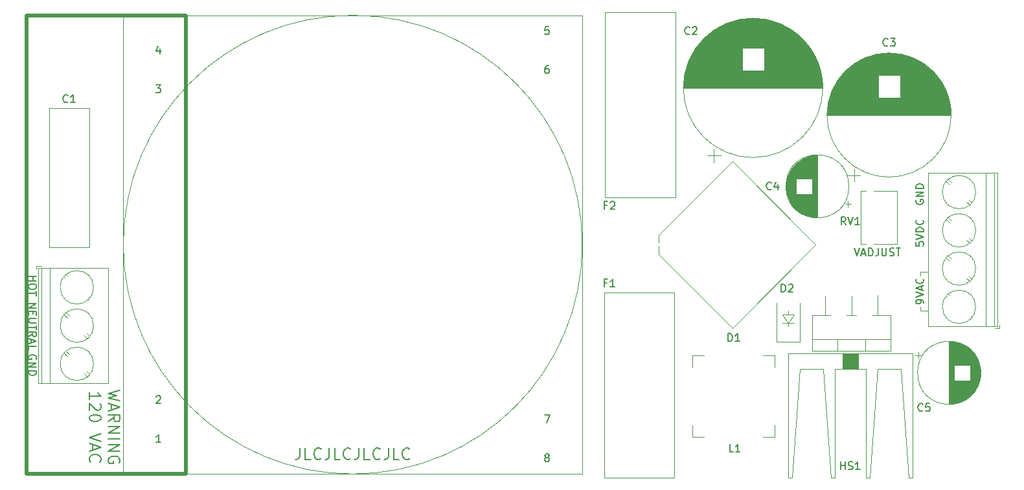
<source format=gto>
G04 #@! TF.GenerationSoftware,KiCad,Pcbnew,(5.1.9)-1*
G04 #@! TF.CreationDate,2021-06-30T23:09:52-04:00*
G04 #@! TF.ProjectId,C64PowerSupply,43363450-6f77-4657-9253-7570706c792e,A*
G04 #@! TF.SameCoordinates,Original*
G04 #@! TF.FileFunction,Legend,Top*
G04 #@! TF.FilePolarity,Positive*
%FSLAX46Y46*%
G04 Gerber Fmt 4.6, Leading zero omitted, Abs format (unit mm)*
G04 Created by KiCad (PCBNEW (5.1.9)-1) date 2021-06-30 23:09:52*
%MOMM*%
%LPD*%
G01*
G04 APERTURE LIST*
%ADD10C,0.508000*%
%ADD11C,0.150000*%
%ADD12C,0.200000*%
%ADD13C,0.203200*%
%ADD14C,0.120000*%
%ADD15C,0.100000*%
%ADD16C,2.600000*%
%ADD17R,2.600000X2.600000*%
%ADD18C,1.440000*%
%ADD19C,2.500000*%
%ADD20C,2.667000*%
%ADD21C,5.700000*%
%ADD22C,2.400000*%
%ADD23R,10.200000X3.500000*%
%ADD24C,1.600000*%
%ADD25R,1.600000X1.600000*%
%ADD26R,2.159000X1.778000*%
%ADD27O,1.800000X1.800000*%
%ADD28R,1.800000X1.800000*%
%ADD29R,2.400000X2.400000*%
%ADD30C,4.300000*%
%ADD31R,1.700000X2.500000*%
%ADD32O,1.700000X2.500000*%
G04 APERTURE END LIST*
D10*
X69088000Y-126492000D02*
X69088000Y-66548000D01*
D11*
X177316190Y-96988380D02*
X177649523Y-97988380D01*
X177982857Y-96988380D01*
X178268571Y-97702666D02*
X178744761Y-97702666D01*
X178173333Y-97988380D02*
X178506666Y-96988380D01*
X178840000Y-97988380D01*
X179173333Y-97988380D02*
X179173333Y-96988380D01*
X179411428Y-96988380D01*
X179554285Y-97036000D01*
X179649523Y-97131238D01*
X179697142Y-97226476D01*
X179744761Y-97416952D01*
X179744761Y-97559809D01*
X179697142Y-97750285D01*
X179649523Y-97845523D01*
X179554285Y-97940761D01*
X179411428Y-97988380D01*
X179173333Y-97988380D01*
X180459047Y-96988380D02*
X180459047Y-97702666D01*
X180411428Y-97845523D01*
X180316190Y-97940761D01*
X180173333Y-97988380D01*
X180078095Y-97988380D01*
X180935238Y-96988380D02*
X180935238Y-97797904D01*
X180982857Y-97893142D01*
X181030476Y-97940761D01*
X181125714Y-97988380D01*
X181316190Y-97988380D01*
X181411428Y-97940761D01*
X181459047Y-97893142D01*
X181506666Y-97797904D01*
X181506666Y-96988380D01*
X181935238Y-97940761D02*
X182078095Y-97988380D01*
X182316190Y-97988380D01*
X182411428Y-97940761D01*
X182459047Y-97893142D01*
X182506666Y-97797904D01*
X182506666Y-97702666D01*
X182459047Y-97607428D01*
X182411428Y-97559809D01*
X182316190Y-97512190D01*
X182125714Y-97464571D01*
X182030476Y-97416952D01*
X181982857Y-97369333D01*
X181935238Y-97274095D01*
X181935238Y-97178857D01*
X181982857Y-97083619D01*
X182030476Y-97036000D01*
X182125714Y-96988380D01*
X182363809Y-96988380D01*
X182506666Y-97036000D01*
X182792380Y-96988380D02*
X183363809Y-96988380D01*
X183078095Y-97988380D02*
X183078095Y-96988380D01*
D12*
X104831428Y-123130571D02*
X104831428Y-124202000D01*
X104760000Y-124416285D01*
X104617142Y-124559142D01*
X104402857Y-124630571D01*
X104260000Y-124630571D01*
X106260000Y-124630571D02*
X105545714Y-124630571D01*
X105545714Y-123130571D01*
X107617142Y-124487714D02*
X107545714Y-124559142D01*
X107331428Y-124630571D01*
X107188571Y-124630571D01*
X106974285Y-124559142D01*
X106831428Y-124416285D01*
X106760000Y-124273428D01*
X106688571Y-123987714D01*
X106688571Y-123773428D01*
X106760000Y-123487714D01*
X106831428Y-123344857D01*
X106974285Y-123202000D01*
X107188571Y-123130571D01*
X107331428Y-123130571D01*
X107545714Y-123202000D01*
X107617142Y-123273428D01*
X108688571Y-123130571D02*
X108688571Y-124202000D01*
X108617142Y-124416285D01*
X108474285Y-124559142D01*
X108260000Y-124630571D01*
X108117142Y-124630571D01*
X110117142Y-124630571D02*
X109402857Y-124630571D01*
X109402857Y-123130571D01*
X111474285Y-124487714D02*
X111402857Y-124559142D01*
X111188571Y-124630571D01*
X111045714Y-124630571D01*
X110831428Y-124559142D01*
X110688571Y-124416285D01*
X110617142Y-124273428D01*
X110545714Y-123987714D01*
X110545714Y-123773428D01*
X110617142Y-123487714D01*
X110688571Y-123344857D01*
X110831428Y-123202000D01*
X111045714Y-123130571D01*
X111188571Y-123130571D01*
X111402857Y-123202000D01*
X111474285Y-123273428D01*
X112545714Y-123130571D02*
X112545714Y-124202000D01*
X112474285Y-124416285D01*
X112331428Y-124559142D01*
X112117142Y-124630571D01*
X111974285Y-124630571D01*
X113974285Y-124630571D02*
X113260000Y-124630571D01*
X113260000Y-123130571D01*
X115331428Y-124487714D02*
X115260000Y-124559142D01*
X115045714Y-124630571D01*
X114902857Y-124630571D01*
X114688571Y-124559142D01*
X114545714Y-124416285D01*
X114474285Y-124273428D01*
X114402857Y-123987714D01*
X114402857Y-123773428D01*
X114474285Y-123487714D01*
X114545714Y-123344857D01*
X114688571Y-123202000D01*
X114902857Y-123130571D01*
X115045714Y-123130571D01*
X115260000Y-123202000D01*
X115331428Y-123273428D01*
X116402857Y-123130571D02*
X116402857Y-124202000D01*
X116331428Y-124416285D01*
X116188571Y-124559142D01*
X115974285Y-124630571D01*
X115831428Y-124630571D01*
X117831428Y-124630571D02*
X117117142Y-124630571D01*
X117117142Y-123130571D01*
X119188571Y-124487714D02*
X119117142Y-124559142D01*
X118902857Y-124630571D01*
X118760000Y-124630571D01*
X118545714Y-124559142D01*
X118402857Y-124416285D01*
X118331428Y-124273428D01*
X118260000Y-123987714D01*
X118260000Y-123773428D01*
X118331428Y-123487714D01*
X118402857Y-123344857D01*
X118545714Y-123202000D01*
X118760000Y-123130571D01*
X118902857Y-123130571D01*
X119117142Y-123202000D01*
X119188571Y-123273428D01*
D13*
X81327171Y-115606285D02*
X79803171Y-115969142D01*
X80891742Y-116259428D01*
X79803171Y-116549714D01*
X81327171Y-116912571D01*
X80238600Y-117420571D02*
X80238600Y-118146285D01*
X79803171Y-117275428D02*
X81327171Y-117783428D01*
X79803171Y-118291428D01*
X79803171Y-119670285D02*
X80528885Y-119162285D01*
X79803171Y-118799428D02*
X81327171Y-118799428D01*
X81327171Y-119380000D01*
X81254600Y-119525142D01*
X81182028Y-119597714D01*
X81036885Y-119670285D01*
X80819171Y-119670285D01*
X80674028Y-119597714D01*
X80601457Y-119525142D01*
X80528885Y-119380000D01*
X80528885Y-118799428D01*
X79803171Y-120323428D02*
X81327171Y-120323428D01*
X79803171Y-121194285D01*
X81327171Y-121194285D01*
X79803171Y-121920000D02*
X81327171Y-121920000D01*
X79803171Y-122645714D02*
X81327171Y-122645714D01*
X79803171Y-123516571D01*
X81327171Y-123516571D01*
X81254600Y-125040571D02*
X81327171Y-124895428D01*
X81327171Y-124677714D01*
X81254600Y-124460000D01*
X81109457Y-124314857D01*
X80964314Y-124242285D01*
X80674028Y-124169714D01*
X80456314Y-124169714D01*
X80166028Y-124242285D01*
X80020885Y-124314857D01*
X79875742Y-124460000D01*
X79803171Y-124677714D01*
X79803171Y-124822857D01*
X79875742Y-125040571D01*
X79948314Y-125113142D01*
X80456314Y-125113142D01*
X80456314Y-124822857D01*
X77313971Y-116731142D02*
X77313971Y-115860285D01*
X77313971Y-116295714D02*
X78837971Y-116295714D01*
X78620257Y-116150571D01*
X78475114Y-116005428D01*
X78402542Y-115860285D01*
X78692828Y-117311714D02*
X78765400Y-117384285D01*
X78837971Y-117529428D01*
X78837971Y-117892285D01*
X78765400Y-118037428D01*
X78692828Y-118110000D01*
X78547685Y-118182571D01*
X78402542Y-118182571D01*
X78184828Y-118110000D01*
X77313971Y-117239142D01*
X77313971Y-118182571D01*
X78837971Y-119126000D02*
X78837971Y-119271142D01*
X78765400Y-119416285D01*
X78692828Y-119488857D01*
X78547685Y-119561428D01*
X78257400Y-119634000D01*
X77894542Y-119634000D01*
X77604257Y-119561428D01*
X77459114Y-119488857D01*
X77386542Y-119416285D01*
X77313971Y-119271142D01*
X77313971Y-119126000D01*
X77386542Y-118980857D01*
X77459114Y-118908285D01*
X77604257Y-118835714D01*
X77894542Y-118763142D01*
X78257400Y-118763142D01*
X78547685Y-118835714D01*
X78692828Y-118908285D01*
X78765400Y-118980857D01*
X78837971Y-119126000D01*
X78837971Y-121230571D02*
X77313971Y-121738571D01*
X78837971Y-122246571D01*
X77749400Y-122682000D02*
X77749400Y-123407714D01*
X77313971Y-122536857D02*
X78837971Y-123044857D01*
X77313971Y-123552857D01*
X77459114Y-124931714D02*
X77386542Y-124859142D01*
X77313971Y-124641428D01*
X77313971Y-124496285D01*
X77386542Y-124278571D01*
X77531685Y-124133428D01*
X77676828Y-124060857D01*
X77967114Y-123988285D01*
X78184828Y-123988285D01*
X78475114Y-124060857D01*
X78620257Y-124133428D01*
X78765400Y-124278571D01*
X78837971Y-124496285D01*
X78837971Y-124641428D01*
X78765400Y-124859142D01*
X78692828Y-124931714D01*
D14*
X185928000Y-105156000D02*
X186944000Y-105156000D01*
X185928000Y-104648000D02*
X185928000Y-105156000D01*
X185928000Y-100584000D02*
X185928000Y-100076000D01*
X186944000Y-100076000D02*
X185928000Y-100076000D01*
D11*
X70350000Y-111506095D02*
X70397619Y-111410857D01*
X70397619Y-111268000D01*
X70350000Y-111125142D01*
X70254761Y-111029904D01*
X70159523Y-110982285D01*
X69969047Y-110934666D01*
X69826190Y-110934666D01*
X69635714Y-110982285D01*
X69540476Y-111029904D01*
X69445238Y-111125142D01*
X69397619Y-111268000D01*
X69397619Y-111363238D01*
X69445238Y-111506095D01*
X69492857Y-111553714D01*
X69826190Y-111553714D01*
X69826190Y-111363238D01*
X69397619Y-111982285D02*
X70397619Y-111982285D01*
X69397619Y-112553714D01*
X70397619Y-112553714D01*
X69397619Y-113029904D02*
X70397619Y-113029904D01*
X70397619Y-113268000D01*
X70350000Y-113410857D01*
X70254761Y-113506095D01*
X70159523Y-113553714D01*
X69969047Y-113601333D01*
X69826190Y-113601333D01*
X69635714Y-113553714D01*
X69540476Y-113506095D01*
X69445238Y-113410857D01*
X69397619Y-113268000D01*
X69397619Y-113029904D01*
X69397619Y-104211809D02*
X70397619Y-104211809D01*
X69397619Y-104783238D01*
X70397619Y-104783238D01*
X69921428Y-105259428D02*
X69921428Y-105592761D01*
X69397619Y-105735619D02*
X69397619Y-105259428D01*
X70397619Y-105259428D01*
X70397619Y-105735619D01*
X70397619Y-106164190D02*
X69588095Y-106164190D01*
X69492857Y-106211809D01*
X69445238Y-106259428D01*
X69397619Y-106354666D01*
X69397619Y-106545142D01*
X69445238Y-106640380D01*
X69492857Y-106688000D01*
X69588095Y-106735619D01*
X70397619Y-106735619D01*
X70397619Y-107068952D02*
X70397619Y-107640380D01*
X69397619Y-107354666D02*
X70397619Y-107354666D01*
X69397619Y-108545142D02*
X69873809Y-108211809D01*
X69397619Y-107973714D02*
X70397619Y-107973714D01*
X70397619Y-108354666D01*
X70350000Y-108449904D01*
X70302380Y-108497523D01*
X70207142Y-108545142D01*
X70064285Y-108545142D01*
X69969047Y-108497523D01*
X69921428Y-108449904D01*
X69873809Y-108354666D01*
X69873809Y-107973714D01*
X69683333Y-108926095D02*
X69683333Y-109402285D01*
X69397619Y-108830857D02*
X70397619Y-109164190D01*
X69397619Y-109497523D01*
X69397619Y-110307047D02*
X69397619Y-109830857D01*
X70397619Y-109830857D01*
X69397619Y-100663523D02*
X70397619Y-100663523D01*
X69921428Y-100663523D02*
X69921428Y-101234952D01*
X69397619Y-101234952D02*
X70397619Y-101234952D01*
X70397619Y-101901619D02*
X70397619Y-102092095D01*
X70350000Y-102187333D01*
X70254761Y-102282571D01*
X70064285Y-102330190D01*
X69730952Y-102330190D01*
X69540476Y-102282571D01*
X69445238Y-102187333D01*
X69397619Y-102092095D01*
X69397619Y-101901619D01*
X69445238Y-101806380D01*
X69540476Y-101711142D01*
X69730952Y-101663523D01*
X70064285Y-101663523D01*
X70254761Y-101711142D01*
X70350000Y-101806380D01*
X70397619Y-101901619D01*
X70397619Y-102615904D02*
X70397619Y-103187333D01*
X69397619Y-102901619D02*
X70397619Y-102901619D01*
X186380380Y-104163619D02*
X186380380Y-103973142D01*
X186332761Y-103877904D01*
X186285142Y-103830285D01*
X186142285Y-103735047D01*
X185951809Y-103687428D01*
X185570857Y-103687428D01*
X185475619Y-103735047D01*
X185428000Y-103782666D01*
X185380380Y-103877904D01*
X185380380Y-104068380D01*
X185428000Y-104163619D01*
X185475619Y-104211238D01*
X185570857Y-104258857D01*
X185808952Y-104258857D01*
X185904190Y-104211238D01*
X185951809Y-104163619D01*
X185999428Y-104068380D01*
X185999428Y-103877904D01*
X185951809Y-103782666D01*
X185904190Y-103735047D01*
X185808952Y-103687428D01*
X185380380Y-103401714D02*
X186380380Y-103068380D01*
X185380380Y-102735047D01*
X186094666Y-102449333D02*
X186094666Y-101973142D01*
X186380380Y-102544571D02*
X185380380Y-102211238D01*
X186380380Y-101877904D01*
X186285142Y-100973142D02*
X186332761Y-101020761D01*
X186380380Y-101163619D01*
X186380380Y-101258857D01*
X186332761Y-101401714D01*
X186237523Y-101496952D01*
X186142285Y-101544571D01*
X185951809Y-101592190D01*
X185808952Y-101592190D01*
X185618476Y-101544571D01*
X185523238Y-101496952D01*
X185428000Y-101401714D01*
X185380380Y-101258857D01*
X185380380Y-101163619D01*
X185428000Y-101020761D01*
X185475619Y-100973142D01*
X185380380Y-96186476D02*
X185380380Y-96662666D01*
X185856571Y-96710285D01*
X185808952Y-96662666D01*
X185761333Y-96567428D01*
X185761333Y-96329333D01*
X185808952Y-96234095D01*
X185856571Y-96186476D01*
X185951809Y-96138857D01*
X186189904Y-96138857D01*
X186285142Y-96186476D01*
X186332761Y-96234095D01*
X186380380Y-96329333D01*
X186380380Y-96567428D01*
X186332761Y-96662666D01*
X186285142Y-96710285D01*
X185380380Y-95853142D02*
X186380380Y-95519809D01*
X185380380Y-95186476D01*
X186380380Y-94853142D02*
X185380380Y-94853142D01*
X185380380Y-94615047D01*
X185428000Y-94472190D01*
X185523238Y-94376952D01*
X185618476Y-94329333D01*
X185808952Y-94281714D01*
X185951809Y-94281714D01*
X186142285Y-94329333D01*
X186237523Y-94376952D01*
X186332761Y-94472190D01*
X186380380Y-94615047D01*
X186380380Y-94853142D01*
X186285142Y-93281714D02*
X186332761Y-93329333D01*
X186380380Y-93472190D01*
X186380380Y-93567428D01*
X186332761Y-93710285D01*
X186237523Y-93805523D01*
X186142285Y-93853142D01*
X185951809Y-93900761D01*
X185808952Y-93900761D01*
X185618476Y-93853142D01*
X185523238Y-93805523D01*
X185428000Y-93710285D01*
X185380380Y-93567428D01*
X185380380Y-93472190D01*
X185428000Y-93329333D01*
X185475619Y-93281714D01*
X185428000Y-90677904D02*
X185380380Y-90773142D01*
X185380380Y-90916000D01*
X185428000Y-91058857D01*
X185523238Y-91154095D01*
X185618476Y-91201714D01*
X185808952Y-91249333D01*
X185951809Y-91249333D01*
X186142285Y-91201714D01*
X186237523Y-91154095D01*
X186332761Y-91058857D01*
X186380380Y-90916000D01*
X186380380Y-90820761D01*
X186332761Y-90677904D01*
X186285142Y-90630285D01*
X185951809Y-90630285D01*
X185951809Y-90820761D01*
X186380380Y-90201714D02*
X185380380Y-90201714D01*
X186380380Y-89630285D01*
X185380380Y-89630285D01*
X186380380Y-89154095D02*
X185380380Y-89154095D01*
X185380380Y-88916000D01*
X185428000Y-88773142D01*
X185523238Y-88677904D01*
X185618476Y-88630285D01*
X185808952Y-88582666D01*
X185951809Y-88582666D01*
X186142285Y-88630285D01*
X186237523Y-88677904D01*
X186332761Y-88773142D01*
X186380380Y-88916000D01*
X186380380Y-89154095D01*
D10*
X89916000Y-126492000D02*
X69088000Y-126492000D01*
X89916000Y-66548000D02*
X89916000Y-126492000D01*
X69088000Y-66548000D02*
X89916000Y-66548000D01*
D14*
X193188000Y-104648000D02*
G75*
G03*
X193188000Y-104648000I-2180000J0D01*
G01*
X193188000Y-99648000D02*
G75*
G03*
X193188000Y-99648000I-2180000J0D01*
G01*
X193188000Y-94648000D02*
G75*
G03*
X193188000Y-94648000I-2180000J0D01*
G01*
X193188000Y-89648000D02*
G75*
G03*
X193188000Y-89648000I-2180000J0D01*
G01*
X195608000Y-107208000D02*
X195608000Y-87087000D01*
X194508000Y-107208000D02*
X194508000Y-87087000D01*
X186948000Y-107208000D02*
X186948000Y-87087000D01*
X196068000Y-107208000D02*
X196068000Y-87087000D01*
X186948000Y-107208000D02*
X196068000Y-107208000D01*
X186948000Y-87087000D02*
X196068000Y-87087000D01*
X189620000Y-102994000D02*
X189727000Y-103101000D01*
X192555000Y-105930000D02*
X192662000Y-106036000D01*
X189354000Y-103260000D02*
X189461000Y-103367000D01*
X192289000Y-106196000D02*
X192396000Y-106302000D01*
X189620000Y-97994000D02*
X190016000Y-98389000D01*
X192282000Y-100655000D02*
X192662000Y-101035000D01*
X189354000Y-98260000D02*
X189734000Y-98640000D01*
X192000000Y-100906000D02*
X192396000Y-101301000D01*
X189620000Y-92994000D02*
X190016000Y-93389000D01*
X192282000Y-95655000D02*
X192662000Y-96035000D01*
X189354000Y-93260000D02*
X189734000Y-93640000D01*
X192000000Y-95906000D02*
X192396000Y-96301000D01*
X189620000Y-87994000D02*
X190016000Y-88389000D01*
X192282000Y-90655000D02*
X192662000Y-91035000D01*
X189354000Y-88260000D02*
X189734000Y-88640000D01*
X192000000Y-90906000D02*
X192396000Y-91301000D01*
X195668000Y-107448000D02*
X196308000Y-107448000D01*
X196308000Y-107448000D02*
X196308000Y-107048000D01*
X77872000Y-102108000D02*
G75*
G03*
X77872000Y-102108000I-2180000J0D01*
G01*
X77872000Y-107108000D02*
G75*
G03*
X77872000Y-107108000I-2180000J0D01*
G01*
X77872000Y-112108000D02*
G75*
G03*
X77872000Y-112108000I-2180000J0D01*
G01*
X71092000Y-99548000D02*
X71092000Y-114668000D01*
X72192000Y-99548000D02*
X72192000Y-114668000D01*
X79752000Y-99548000D02*
X79752000Y-114668000D01*
X70632000Y-99548000D02*
X70632000Y-114668000D01*
X79752000Y-99548000D02*
X70632000Y-99548000D01*
X79752000Y-114668000D02*
X70632000Y-114668000D01*
X77080000Y-103762000D02*
X76973000Y-103655000D01*
X74145000Y-100826000D02*
X74038000Y-100720000D01*
X77346000Y-103496000D02*
X77239000Y-103389000D01*
X74411000Y-100560000D02*
X74304000Y-100454000D01*
X77080000Y-108762000D02*
X76684000Y-108367000D01*
X74418000Y-106101000D02*
X74038000Y-105721000D01*
X77346000Y-108496000D02*
X76966000Y-108116000D01*
X74700000Y-105850000D02*
X74304000Y-105455000D01*
X77080000Y-113762000D02*
X76684000Y-113367000D01*
X74418000Y-111101000D02*
X74038000Y-110721000D01*
X77346000Y-113496000D02*
X76966000Y-113116000D01*
X74700000Y-110850000D02*
X74304000Y-110455000D01*
X71032000Y-99308000D02*
X70392000Y-99308000D01*
X70392000Y-99308000D02*
X70392000Y-99708000D01*
X178184000Y-96439000D02*
X178184000Y-89489000D01*
X182924000Y-96439000D02*
X182924000Y-89489000D01*
X178184000Y-96439000D02*
X178829000Y-96439000D01*
X179819000Y-96439000D02*
X182924000Y-96439000D01*
X178184000Y-89489000D02*
X178829000Y-89489000D01*
X179819000Y-89489000D02*
X182924000Y-89489000D01*
X144752000Y-90325000D02*
X144752000Y-66125000D01*
X144752000Y-90325000D02*
X153952000Y-90325000D01*
X144752000Y-66125000D02*
X153952000Y-66125000D01*
X153952000Y-90325000D02*
X153952000Y-66125000D01*
X144625000Y-127028000D02*
X144625000Y-102828000D01*
X144625000Y-127028000D02*
X153825000Y-127028000D01*
X144625000Y-102828000D02*
X153825000Y-102828000D01*
X153825000Y-127028000D02*
X153825000Y-102828000D01*
X184912000Y-110744000D02*
X168656000Y-110744000D01*
X184912000Y-127000000D02*
X184912000Y-110744000D01*
X184404000Y-127000000D02*
X184912000Y-127000000D01*
X183388000Y-112776000D02*
X184404000Y-127000000D01*
X180340000Y-112776000D02*
X183388000Y-112776000D01*
X179324000Y-127000000D02*
X180340000Y-112776000D01*
X178816000Y-127000000D02*
X179324000Y-127000000D01*
X178816000Y-112776000D02*
X178816000Y-127000000D01*
X174752000Y-112776000D02*
X178816000Y-112776000D01*
X174752000Y-127000000D02*
X174752000Y-112776000D01*
X174244000Y-127000000D02*
X174752000Y-127000000D01*
X173228000Y-112776000D02*
X174244000Y-127000000D01*
X170180000Y-112776000D02*
X173228000Y-112776000D01*
X169164000Y-127000000D02*
X170180000Y-112776000D01*
X168656000Y-127000000D02*
X169164000Y-127000000D01*
X168656000Y-110744000D02*
X168656000Y-127000000D01*
X176784000Y-112776000D02*
X176784000Y-110744000D01*
D15*
G36*
X175768000Y-110744000D02*
G01*
X177800000Y-110744000D01*
X177800000Y-112776000D01*
X175768000Y-112776000D01*
X175768000Y-110744000D01*
G37*
X175768000Y-110744000D02*
X177800000Y-110744000D01*
X177800000Y-112776000D01*
X175768000Y-112776000D01*
X175768000Y-110744000D01*
D14*
X151760812Y-97792792D02*
X151760812Y-96732132D01*
X151760812Y-96307868D02*
X151760812Y-95247208D01*
X151760812Y-95247208D02*
X161377464Y-85630556D01*
X161377464Y-85630556D02*
X172266908Y-96520000D01*
X172266908Y-96520000D02*
X161377464Y-107409444D01*
X161377464Y-107409444D02*
X151760812Y-97792792D01*
X156184000Y-111022000D02*
X156184000Y-112522000D01*
X156184000Y-121642000D02*
X156184000Y-120142000D01*
X156184000Y-111022000D02*
X157684000Y-111022000D01*
X156184000Y-121642000D02*
X157684000Y-121642000D01*
X166904000Y-121642000D02*
X165404000Y-121642000D01*
X166904000Y-121642000D02*
X166904000Y-120142000D01*
X166904000Y-111022000D02*
X166904000Y-112522000D01*
X166904000Y-111022000D02*
X165404000Y-111022000D01*
X185700302Y-110569000D02*
X185700302Y-111369000D01*
X185300302Y-110969000D02*
X186100302Y-110969000D01*
X193791000Y-112751000D02*
X193791000Y-113817000D01*
X193751000Y-112516000D02*
X193751000Y-114052000D01*
X193711000Y-112336000D02*
X193711000Y-114232000D01*
X193671000Y-112186000D02*
X193671000Y-114382000D01*
X193631000Y-112055000D02*
X193631000Y-114513000D01*
X193591000Y-111938000D02*
X193591000Y-114630000D01*
X193551000Y-111831000D02*
X193551000Y-114737000D01*
X193511000Y-111732000D02*
X193511000Y-114836000D01*
X193471000Y-111639000D02*
X193471000Y-114929000D01*
X193431000Y-111553000D02*
X193431000Y-115015000D01*
X193391000Y-111471000D02*
X193391000Y-115097000D01*
X193351000Y-111394000D02*
X193351000Y-115174000D01*
X193311000Y-111320000D02*
X193311000Y-115248000D01*
X193271000Y-111250000D02*
X193271000Y-115318000D01*
X193231000Y-111182000D02*
X193231000Y-115386000D01*
X193191000Y-111118000D02*
X193191000Y-115450000D01*
X193151000Y-111056000D02*
X193151000Y-115512000D01*
X193111000Y-110997000D02*
X193111000Y-115571000D01*
X193071000Y-110939000D02*
X193071000Y-115629000D01*
X193031000Y-110884000D02*
X193031000Y-115684000D01*
X192991000Y-110830000D02*
X192991000Y-115738000D01*
X192951000Y-110779000D02*
X192951000Y-115789000D01*
X192911000Y-110728000D02*
X192911000Y-115840000D01*
X192871000Y-110680000D02*
X192871000Y-115888000D01*
X192831000Y-110633000D02*
X192831000Y-115935000D01*
X192791000Y-110587000D02*
X192791000Y-115981000D01*
X192751000Y-110543000D02*
X192751000Y-116025000D01*
X192711000Y-110500000D02*
X192711000Y-116068000D01*
X192671000Y-110458000D02*
X192671000Y-116110000D01*
X192631000Y-110417000D02*
X192631000Y-116151000D01*
X192591000Y-110377000D02*
X192591000Y-116191000D01*
X192551000Y-110339000D02*
X192551000Y-116229000D01*
X192511000Y-110301000D02*
X192511000Y-116267000D01*
X192471000Y-114324000D02*
X192471000Y-116303000D01*
X192471000Y-110265000D02*
X192471000Y-112244000D01*
X192431000Y-114324000D02*
X192431000Y-116339000D01*
X192431000Y-110229000D02*
X192431000Y-112244000D01*
X192391000Y-114324000D02*
X192391000Y-116374000D01*
X192391000Y-110194000D02*
X192391000Y-112244000D01*
X192351000Y-114324000D02*
X192351000Y-116408000D01*
X192351000Y-110160000D02*
X192351000Y-112244000D01*
X192311000Y-114324000D02*
X192311000Y-116440000D01*
X192311000Y-110128000D02*
X192311000Y-112244000D01*
X192271000Y-114324000D02*
X192271000Y-116473000D01*
X192271000Y-110095000D02*
X192271000Y-112244000D01*
X192231000Y-114324000D02*
X192231000Y-116504000D01*
X192231000Y-110064000D02*
X192231000Y-112244000D01*
X192191000Y-114324000D02*
X192191000Y-116534000D01*
X192191000Y-110034000D02*
X192191000Y-112244000D01*
X192151000Y-114324000D02*
X192151000Y-116564000D01*
X192151000Y-110004000D02*
X192151000Y-112244000D01*
X192111000Y-114324000D02*
X192111000Y-116593000D01*
X192111000Y-109975000D02*
X192111000Y-112244000D01*
X192071000Y-114324000D02*
X192071000Y-116622000D01*
X192071000Y-109946000D02*
X192071000Y-112244000D01*
X192031000Y-114324000D02*
X192031000Y-116649000D01*
X192031000Y-109919000D02*
X192031000Y-112244000D01*
X191991000Y-114324000D02*
X191991000Y-116676000D01*
X191991000Y-109892000D02*
X191991000Y-112244000D01*
X191951000Y-114324000D02*
X191951000Y-116702000D01*
X191951000Y-109866000D02*
X191951000Y-112244000D01*
X191911000Y-114324000D02*
X191911000Y-116728000D01*
X191911000Y-109840000D02*
X191911000Y-112244000D01*
X191871000Y-114324000D02*
X191871000Y-116753000D01*
X191871000Y-109815000D02*
X191871000Y-112244000D01*
X191831000Y-114324000D02*
X191831000Y-116777000D01*
X191831000Y-109791000D02*
X191831000Y-112244000D01*
X191791000Y-114324000D02*
X191791000Y-116801000D01*
X191791000Y-109767000D02*
X191791000Y-112244000D01*
X191751000Y-114324000D02*
X191751000Y-116824000D01*
X191751000Y-109744000D02*
X191751000Y-112244000D01*
X191711000Y-114324000D02*
X191711000Y-116846000D01*
X191711000Y-109722000D02*
X191711000Y-112244000D01*
X191671000Y-114324000D02*
X191671000Y-116868000D01*
X191671000Y-109700000D02*
X191671000Y-112244000D01*
X191631000Y-114324000D02*
X191631000Y-116890000D01*
X191631000Y-109678000D02*
X191631000Y-112244000D01*
X191591000Y-114324000D02*
X191591000Y-116911000D01*
X191591000Y-109657000D02*
X191591000Y-112244000D01*
X191551000Y-114324000D02*
X191551000Y-116931000D01*
X191551000Y-109637000D02*
X191551000Y-112244000D01*
X191511000Y-114324000D02*
X191511000Y-116950000D01*
X191511000Y-109618000D02*
X191511000Y-112244000D01*
X191471000Y-114324000D02*
X191471000Y-116970000D01*
X191471000Y-109598000D02*
X191471000Y-112244000D01*
X191431000Y-114324000D02*
X191431000Y-116988000D01*
X191431000Y-109580000D02*
X191431000Y-112244000D01*
X191391000Y-114324000D02*
X191391000Y-117006000D01*
X191391000Y-109562000D02*
X191391000Y-112244000D01*
X191351000Y-114324000D02*
X191351000Y-117024000D01*
X191351000Y-109544000D02*
X191351000Y-112244000D01*
X191311000Y-114324000D02*
X191311000Y-117041000D01*
X191311000Y-109527000D02*
X191311000Y-112244000D01*
X191271000Y-114324000D02*
X191271000Y-117058000D01*
X191271000Y-109510000D02*
X191271000Y-112244000D01*
X191231000Y-114324000D02*
X191231000Y-117074000D01*
X191231000Y-109494000D02*
X191231000Y-112244000D01*
X191191000Y-114324000D02*
X191191000Y-117089000D01*
X191191000Y-109479000D02*
X191191000Y-112244000D01*
X191151000Y-114324000D02*
X191151000Y-117105000D01*
X191151000Y-109463000D02*
X191151000Y-112244000D01*
X191111000Y-114324000D02*
X191111000Y-117119000D01*
X191111000Y-109449000D02*
X191111000Y-112244000D01*
X191071000Y-114324000D02*
X191071000Y-117134000D01*
X191071000Y-109434000D02*
X191071000Y-112244000D01*
X191031000Y-114324000D02*
X191031000Y-117147000D01*
X191031000Y-109421000D02*
X191031000Y-112244000D01*
X190991000Y-114324000D02*
X190991000Y-117161000D01*
X190991000Y-109407000D02*
X190991000Y-112244000D01*
X190951000Y-114324000D02*
X190951000Y-117173000D01*
X190951000Y-109395000D02*
X190951000Y-112244000D01*
X190911000Y-114324000D02*
X190911000Y-117186000D01*
X190911000Y-109382000D02*
X190911000Y-112244000D01*
X190871000Y-114324000D02*
X190871000Y-117198000D01*
X190871000Y-109370000D02*
X190871000Y-112244000D01*
X190831000Y-114324000D02*
X190831000Y-117209000D01*
X190831000Y-109359000D02*
X190831000Y-112244000D01*
X190791000Y-114324000D02*
X190791000Y-117220000D01*
X190791000Y-109348000D02*
X190791000Y-112244000D01*
X190751000Y-114324000D02*
X190751000Y-117231000D01*
X190751000Y-109337000D02*
X190751000Y-112244000D01*
X190711000Y-114324000D02*
X190711000Y-117241000D01*
X190711000Y-109327000D02*
X190711000Y-112244000D01*
X190671000Y-114324000D02*
X190671000Y-117251000D01*
X190671000Y-109317000D02*
X190671000Y-112244000D01*
X190631000Y-114324000D02*
X190631000Y-117260000D01*
X190631000Y-109308000D02*
X190631000Y-112244000D01*
X190591000Y-114324000D02*
X190591000Y-117269000D01*
X190591000Y-109299000D02*
X190591000Y-112244000D01*
X190551000Y-114324000D02*
X190551000Y-117278000D01*
X190551000Y-109290000D02*
X190551000Y-112244000D01*
X190511000Y-114324000D02*
X190511000Y-117286000D01*
X190511000Y-109282000D02*
X190511000Y-112244000D01*
X190471000Y-114324000D02*
X190471000Y-117294000D01*
X190471000Y-109274000D02*
X190471000Y-112244000D01*
X190431000Y-114324000D02*
X190431000Y-117301000D01*
X190431000Y-109267000D02*
X190431000Y-112244000D01*
X190390000Y-109260000D02*
X190390000Y-117308000D01*
X190350000Y-109254000D02*
X190350000Y-117314000D01*
X190310000Y-109247000D02*
X190310000Y-117321000D01*
X190270000Y-109242000D02*
X190270000Y-117326000D01*
X190230000Y-109236000D02*
X190230000Y-117332000D01*
X190190000Y-109232000D02*
X190190000Y-117336000D01*
X190150000Y-109227000D02*
X190150000Y-117341000D01*
X190110000Y-109223000D02*
X190110000Y-117345000D01*
X190070000Y-109219000D02*
X190070000Y-117349000D01*
X190030000Y-109216000D02*
X190030000Y-117352000D01*
X189990000Y-109213000D02*
X189990000Y-117355000D01*
X189950000Y-109210000D02*
X189950000Y-117358000D01*
X189910000Y-109208000D02*
X189910000Y-117360000D01*
X189870000Y-109207000D02*
X189870000Y-117361000D01*
X189830000Y-109205000D02*
X189830000Y-117363000D01*
X189790000Y-109204000D02*
X189790000Y-117364000D01*
X189750000Y-109204000D02*
X189750000Y-117364000D01*
X189710000Y-109204000D02*
X189710000Y-117364000D01*
X193830000Y-113284000D02*
G75*
G03*
X193830000Y-113284000I-4120000J0D01*
G01*
X168656000Y-106807000D02*
X168656000Y-107188000D01*
X168656000Y-105664000D02*
X168656000Y-105156000D01*
X167894000Y-106807000D02*
X169418000Y-106807000D01*
X169418000Y-105664000D02*
X168656000Y-106807000D01*
X167894000Y-105664000D02*
X169418000Y-105664000D01*
X168656000Y-106807000D02*
X167894000Y-105664000D01*
X170180000Y-109220000D02*
X170180000Y-104140000D01*
X167132000Y-109220000D02*
X170180000Y-109220000D01*
X167132000Y-104140000D02*
X167132000Y-109220000D01*
X173540000Y-105787000D02*
X173540000Y-103173000D01*
X176940000Y-105787000D02*
X176940000Y-103173000D01*
X180340000Y-105787000D02*
X180340000Y-103157000D01*
X175090000Y-110428000D02*
X175090000Y-108919000D01*
X178790000Y-110428000D02*
X178790000Y-108919000D01*
X182061000Y-108919000D02*
X171820000Y-108919000D01*
X171820000Y-110428000D02*
X171820000Y-105787000D01*
X182061000Y-110428000D02*
X182061000Y-105787000D01*
X174175000Y-105787000D02*
X171820000Y-105787000D01*
X177575000Y-105787000D02*
X176305000Y-105787000D01*
X182061000Y-105787000D02*
X179705000Y-105787000D01*
X182061000Y-110428000D02*
X171820000Y-110428000D01*
X176503698Y-91615000D02*
X176503698Y-90815000D01*
X176903698Y-91215000D02*
X176103698Y-91215000D01*
X168413000Y-89433000D02*
X168413000Y-88367000D01*
X168453000Y-89668000D02*
X168453000Y-88132000D01*
X168493000Y-89848000D02*
X168493000Y-87952000D01*
X168533000Y-89998000D02*
X168533000Y-87802000D01*
X168573000Y-90129000D02*
X168573000Y-87671000D01*
X168613000Y-90246000D02*
X168613000Y-87554000D01*
X168653000Y-90353000D02*
X168653000Y-87447000D01*
X168693000Y-90452000D02*
X168693000Y-87348000D01*
X168733000Y-90545000D02*
X168733000Y-87255000D01*
X168773000Y-90631000D02*
X168773000Y-87169000D01*
X168813000Y-90713000D02*
X168813000Y-87087000D01*
X168853000Y-90790000D02*
X168853000Y-87010000D01*
X168893000Y-90864000D02*
X168893000Y-86936000D01*
X168933000Y-90934000D02*
X168933000Y-86866000D01*
X168973000Y-91002000D02*
X168973000Y-86798000D01*
X169013000Y-91066000D02*
X169013000Y-86734000D01*
X169053000Y-91128000D02*
X169053000Y-86672000D01*
X169093000Y-91187000D02*
X169093000Y-86613000D01*
X169133000Y-91245000D02*
X169133000Y-86555000D01*
X169173000Y-91300000D02*
X169173000Y-86500000D01*
X169213000Y-91354000D02*
X169213000Y-86446000D01*
X169253000Y-91405000D02*
X169253000Y-86395000D01*
X169293000Y-91456000D02*
X169293000Y-86344000D01*
X169333000Y-91504000D02*
X169333000Y-86296000D01*
X169373000Y-91551000D02*
X169373000Y-86249000D01*
X169413000Y-91597000D02*
X169413000Y-86203000D01*
X169453000Y-91641000D02*
X169453000Y-86159000D01*
X169493000Y-91684000D02*
X169493000Y-86116000D01*
X169533000Y-91726000D02*
X169533000Y-86074000D01*
X169573000Y-91767000D02*
X169573000Y-86033000D01*
X169613000Y-91807000D02*
X169613000Y-85993000D01*
X169653000Y-91845000D02*
X169653000Y-85955000D01*
X169693000Y-91883000D02*
X169693000Y-85917000D01*
X169733000Y-87860000D02*
X169733000Y-85881000D01*
X169733000Y-91919000D02*
X169733000Y-89940000D01*
X169773000Y-87860000D02*
X169773000Y-85845000D01*
X169773000Y-91955000D02*
X169773000Y-89940000D01*
X169813000Y-87860000D02*
X169813000Y-85810000D01*
X169813000Y-91990000D02*
X169813000Y-89940000D01*
X169853000Y-87860000D02*
X169853000Y-85776000D01*
X169853000Y-92024000D02*
X169853000Y-89940000D01*
X169893000Y-87860000D02*
X169893000Y-85744000D01*
X169893000Y-92056000D02*
X169893000Y-89940000D01*
X169933000Y-87860000D02*
X169933000Y-85711000D01*
X169933000Y-92089000D02*
X169933000Y-89940000D01*
X169973000Y-87860000D02*
X169973000Y-85680000D01*
X169973000Y-92120000D02*
X169973000Y-89940000D01*
X170013000Y-87860000D02*
X170013000Y-85650000D01*
X170013000Y-92150000D02*
X170013000Y-89940000D01*
X170053000Y-87860000D02*
X170053000Y-85620000D01*
X170053000Y-92180000D02*
X170053000Y-89940000D01*
X170093000Y-87860000D02*
X170093000Y-85591000D01*
X170093000Y-92209000D02*
X170093000Y-89940000D01*
X170133000Y-87860000D02*
X170133000Y-85562000D01*
X170133000Y-92238000D02*
X170133000Y-89940000D01*
X170173000Y-87860000D02*
X170173000Y-85535000D01*
X170173000Y-92265000D02*
X170173000Y-89940000D01*
X170213000Y-87860000D02*
X170213000Y-85508000D01*
X170213000Y-92292000D02*
X170213000Y-89940000D01*
X170253000Y-87860000D02*
X170253000Y-85482000D01*
X170253000Y-92318000D02*
X170253000Y-89940000D01*
X170293000Y-87860000D02*
X170293000Y-85456000D01*
X170293000Y-92344000D02*
X170293000Y-89940000D01*
X170333000Y-87860000D02*
X170333000Y-85431000D01*
X170333000Y-92369000D02*
X170333000Y-89940000D01*
X170373000Y-87860000D02*
X170373000Y-85407000D01*
X170373000Y-92393000D02*
X170373000Y-89940000D01*
X170413000Y-87860000D02*
X170413000Y-85383000D01*
X170413000Y-92417000D02*
X170413000Y-89940000D01*
X170453000Y-87860000D02*
X170453000Y-85360000D01*
X170453000Y-92440000D02*
X170453000Y-89940000D01*
X170493000Y-87860000D02*
X170493000Y-85338000D01*
X170493000Y-92462000D02*
X170493000Y-89940000D01*
X170533000Y-87860000D02*
X170533000Y-85316000D01*
X170533000Y-92484000D02*
X170533000Y-89940000D01*
X170573000Y-87860000D02*
X170573000Y-85294000D01*
X170573000Y-92506000D02*
X170573000Y-89940000D01*
X170613000Y-87860000D02*
X170613000Y-85273000D01*
X170613000Y-92527000D02*
X170613000Y-89940000D01*
X170653000Y-87860000D02*
X170653000Y-85253000D01*
X170653000Y-92547000D02*
X170653000Y-89940000D01*
X170693000Y-87860000D02*
X170693000Y-85234000D01*
X170693000Y-92566000D02*
X170693000Y-89940000D01*
X170733000Y-87860000D02*
X170733000Y-85214000D01*
X170733000Y-92586000D02*
X170733000Y-89940000D01*
X170773000Y-87860000D02*
X170773000Y-85196000D01*
X170773000Y-92604000D02*
X170773000Y-89940000D01*
X170813000Y-87860000D02*
X170813000Y-85178000D01*
X170813000Y-92622000D02*
X170813000Y-89940000D01*
X170853000Y-87860000D02*
X170853000Y-85160000D01*
X170853000Y-92640000D02*
X170853000Y-89940000D01*
X170893000Y-87860000D02*
X170893000Y-85143000D01*
X170893000Y-92657000D02*
X170893000Y-89940000D01*
X170933000Y-87860000D02*
X170933000Y-85126000D01*
X170933000Y-92674000D02*
X170933000Y-89940000D01*
X170973000Y-87860000D02*
X170973000Y-85110000D01*
X170973000Y-92690000D02*
X170973000Y-89940000D01*
X171013000Y-87860000D02*
X171013000Y-85095000D01*
X171013000Y-92705000D02*
X171013000Y-89940000D01*
X171053000Y-87860000D02*
X171053000Y-85079000D01*
X171053000Y-92721000D02*
X171053000Y-89940000D01*
X171093000Y-87860000D02*
X171093000Y-85065000D01*
X171093000Y-92735000D02*
X171093000Y-89940000D01*
X171133000Y-87860000D02*
X171133000Y-85050000D01*
X171133000Y-92750000D02*
X171133000Y-89940000D01*
X171173000Y-87860000D02*
X171173000Y-85037000D01*
X171173000Y-92763000D02*
X171173000Y-89940000D01*
X171213000Y-87860000D02*
X171213000Y-85023000D01*
X171213000Y-92777000D02*
X171213000Y-89940000D01*
X171253000Y-87860000D02*
X171253000Y-85011000D01*
X171253000Y-92789000D02*
X171253000Y-89940000D01*
X171293000Y-87860000D02*
X171293000Y-84998000D01*
X171293000Y-92802000D02*
X171293000Y-89940000D01*
X171333000Y-87860000D02*
X171333000Y-84986000D01*
X171333000Y-92814000D02*
X171333000Y-89940000D01*
X171373000Y-87860000D02*
X171373000Y-84975000D01*
X171373000Y-92825000D02*
X171373000Y-89940000D01*
X171413000Y-87860000D02*
X171413000Y-84964000D01*
X171413000Y-92836000D02*
X171413000Y-89940000D01*
X171453000Y-87860000D02*
X171453000Y-84953000D01*
X171453000Y-92847000D02*
X171453000Y-89940000D01*
X171493000Y-87860000D02*
X171493000Y-84943000D01*
X171493000Y-92857000D02*
X171493000Y-89940000D01*
X171533000Y-87860000D02*
X171533000Y-84933000D01*
X171533000Y-92867000D02*
X171533000Y-89940000D01*
X171573000Y-87860000D02*
X171573000Y-84924000D01*
X171573000Y-92876000D02*
X171573000Y-89940000D01*
X171613000Y-87860000D02*
X171613000Y-84915000D01*
X171613000Y-92885000D02*
X171613000Y-89940000D01*
X171653000Y-87860000D02*
X171653000Y-84906000D01*
X171653000Y-92894000D02*
X171653000Y-89940000D01*
X171693000Y-87860000D02*
X171693000Y-84898000D01*
X171693000Y-92902000D02*
X171693000Y-89940000D01*
X171733000Y-87860000D02*
X171733000Y-84890000D01*
X171733000Y-92910000D02*
X171733000Y-89940000D01*
X171773000Y-87860000D02*
X171773000Y-84883000D01*
X171773000Y-92917000D02*
X171773000Y-89940000D01*
X171814000Y-92924000D02*
X171814000Y-84876000D01*
X171854000Y-92930000D02*
X171854000Y-84870000D01*
X171894000Y-92937000D02*
X171894000Y-84863000D01*
X171934000Y-92942000D02*
X171934000Y-84858000D01*
X171974000Y-92948000D02*
X171974000Y-84852000D01*
X172014000Y-92952000D02*
X172014000Y-84848000D01*
X172054000Y-92957000D02*
X172054000Y-84843000D01*
X172094000Y-92961000D02*
X172094000Y-84839000D01*
X172134000Y-92965000D02*
X172134000Y-84835000D01*
X172174000Y-92968000D02*
X172174000Y-84832000D01*
X172214000Y-92971000D02*
X172214000Y-84829000D01*
X172254000Y-92974000D02*
X172254000Y-84826000D01*
X172294000Y-92976000D02*
X172294000Y-84824000D01*
X172334000Y-92977000D02*
X172334000Y-84823000D01*
X172374000Y-92979000D02*
X172374000Y-84821000D01*
X172414000Y-92980000D02*
X172414000Y-84820000D01*
X172454000Y-92980000D02*
X172454000Y-84820000D01*
X172494000Y-92980000D02*
X172494000Y-84820000D01*
X176614000Y-88900000D02*
G75*
G03*
X176614000Y-88900000I-4120000J0D01*
G01*
X176509000Y-87451491D02*
X178109000Y-87451491D01*
X177309000Y-88251491D02*
X177309000Y-86651491D01*
X181099000Y-71481000D02*
X182629000Y-71481000D01*
X180766000Y-71521000D02*
X182962000Y-71521000D01*
X180513000Y-71561000D02*
X183215000Y-71561000D01*
X180300000Y-71601000D02*
X183428000Y-71601000D01*
X180112000Y-71641000D02*
X183616000Y-71641000D01*
X179944000Y-71681000D02*
X183784000Y-71681000D01*
X179790000Y-71721000D02*
X183938000Y-71721000D01*
X179646000Y-71761000D02*
X184082000Y-71761000D01*
X179513000Y-71801000D02*
X184215000Y-71801000D01*
X179386000Y-71841000D02*
X184342000Y-71841000D01*
X179267000Y-71881000D02*
X184461000Y-71881000D01*
X179153000Y-71921000D02*
X184575000Y-71921000D01*
X179044000Y-71961000D02*
X184684000Y-71961000D01*
X178940000Y-72001000D02*
X184788000Y-72001000D01*
X178840000Y-72041000D02*
X184888000Y-72041000D01*
X178744000Y-72081000D02*
X184984000Y-72081000D01*
X178651000Y-72121000D02*
X185077000Y-72121000D01*
X178561000Y-72161000D02*
X185167000Y-72161000D01*
X178474000Y-72201000D02*
X185254000Y-72201000D01*
X178389000Y-72241000D02*
X185339000Y-72241000D01*
X178307000Y-72281000D02*
X185421000Y-72281000D01*
X178227000Y-72321000D02*
X185501000Y-72321000D01*
X178149000Y-72361000D02*
X185579000Y-72361000D01*
X178074000Y-72401000D02*
X185654000Y-72401000D01*
X178000000Y-72441000D02*
X185728000Y-72441000D01*
X177928000Y-72481000D02*
X185800000Y-72481000D01*
X177857000Y-72521000D02*
X185871000Y-72521000D01*
X177788000Y-72561000D02*
X185940000Y-72561000D01*
X177721000Y-72601000D02*
X186007000Y-72601000D01*
X177655000Y-72641000D02*
X186073000Y-72641000D01*
X177591000Y-72681000D02*
X186137000Y-72681000D01*
X177528000Y-72721000D02*
X186200000Y-72721000D01*
X177466000Y-72761000D02*
X186262000Y-72761000D01*
X177405000Y-72801000D02*
X186323000Y-72801000D01*
X177345000Y-72841000D02*
X186383000Y-72841000D01*
X177287000Y-72881000D02*
X186441000Y-72881000D01*
X177230000Y-72921000D02*
X186498000Y-72921000D01*
X177173000Y-72961000D02*
X186555000Y-72961000D01*
X177118000Y-73001000D02*
X186610000Y-73001000D01*
X177064000Y-73041000D02*
X186664000Y-73041000D01*
X177010000Y-73081000D02*
X186718000Y-73081000D01*
X176958000Y-73121000D02*
X186770000Y-73121000D01*
X176906000Y-73161000D02*
X186822000Y-73161000D01*
X176855000Y-73201000D02*
X186873000Y-73201000D01*
X176805000Y-73241000D02*
X186923000Y-73241000D01*
X176756000Y-73281000D02*
X186972000Y-73281000D01*
X176708000Y-73321000D02*
X187020000Y-73321000D01*
X176660000Y-73361000D02*
X187068000Y-73361000D01*
X176613000Y-73401000D02*
X187115000Y-73401000D01*
X176567000Y-73441000D02*
X187161000Y-73441000D01*
X176521000Y-73481000D02*
X187207000Y-73481000D01*
X176476000Y-73521000D02*
X187252000Y-73521000D01*
X176432000Y-73561000D02*
X187296000Y-73561000D01*
X176389000Y-73601000D02*
X187339000Y-73601000D01*
X176346000Y-73641000D02*
X187382000Y-73641000D01*
X176304000Y-73681000D02*
X187424000Y-73681000D01*
X176262000Y-73721000D02*
X187466000Y-73721000D01*
X176221000Y-73761000D02*
X187507000Y-73761000D01*
X176180000Y-73801000D02*
X187548000Y-73801000D01*
X176140000Y-73841000D02*
X187588000Y-73841000D01*
X176101000Y-73881000D02*
X187627000Y-73881000D01*
X176062000Y-73921000D02*
X187666000Y-73921000D01*
X176024000Y-73961000D02*
X187704000Y-73961000D01*
X175986000Y-74001000D02*
X187742000Y-74001000D01*
X175948000Y-74041000D02*
X187780000Y-74041000D01*
X175912000Y-74081000D02*
X187816000Y-74081000D01*
X175875000Y-74121000D02*
X187853000Y-74121000D01*
X175839000Y-74161000D02*
X187889000Y-74161000D01*
X175804000Y-74201000D02*
X187924000Y-74201000D01*
X175769000Y-74241000D02*
X187959000Y-74241000D01*
X175735000Y-74281000D02*
X187993000Y-74281000D01*
X175701000Y-74321000D02*
X188027000Y-74321000D01*
X175667000Y-74361000D02*
X188061000Y-74361000D01*
X183304000Y-74401000D02*
X188094000Y-74401000D01*
X175634000Y-74401000D02*
X180424000Y-74401000D01*
X183304000Y-74441000D02*
X188127000Y-74441000D01*
X175601000Y-74441000D02*
X180424000Y-74441000D01*
X183304000Y-74481000D02*
X188159000Y-74481000D01*
X175569000Y-74481000D02*
X180424000Y-74481000D01*
X183304000Y-74521000D02*
X188191000Y-74521000D01*
X175537000Y-74521000D02*
X180424000Y-74521000D01*
X183304000Y-74561000D02*
X188222000Y-74561000D01*
X175506000Y-74561000D02*
X180424000Y-74561000D01*
X183304000Y-74601000D02*
X188254000Y-74601000D01*
X175474000Y-74601000D02*
X180424000Y-74601000D01*
X183304000Y-74641000D02*
X188284000Y-74641000D01*
X175444000Y-74641000D02*
X180424000Y-74641000D01*
X183304000Y-74681000D02*
X188314000Y-74681000D01*
X175414000Y-74681000D02*
X180424000Y-74681000D01*
X183304000Y-74721000D02*
X188344000Y-74721000D01*
X175384000Y-74721000D02*
X180424000Y-74721000D01*
X183304000Y-74761000D02*
X188374000Y-74761000D01*
X175354000Y-74761000D02*
X180424000Y-74761000D01*
X183304000Y-74801000D02*
X188403000Y-74801000D01*
X175325000Y-74801000D02*
X180424000Y-74801000D01*
X183304000Y-74841000D02*
X188432000Y-74841000D01*
X175296000Y-74841000D02*
X180424000Y-74841000D01*
X183304000Y-74881000D02*
X188460000Y-74881000D01*
X175268000Y-74881000D02*
X180424000Y-74881000D01*
X183304000Y-74921000D02*
X188488000Y-74921000D01*
X175240000Y-74921000D02*
X180424000Y-74921000D01*
X183304000Y-74961000D02*
X188516000Y-74961000D01*
X175212000Y-74961000D02*
X180424000Y-74961000D01*
X183304000Y-75001000D02*
X188543000Y-75001000D01*
X175185000Y-75001000D02*
X180424000Y-75001000D01*
X183304000Y-75041000D02*
X188570000Y-75041000D01*
X175158000Y-75041000D02*
X180424000Y-75041000D01*
X183304000Y-75081000D02*
X188597000Y-75081000D01*
X175131000Y-75081000D02*
X180424000Y-75081000D01*
X183304000Y-75121000D02*
X188623000Y-75121000D01*
X175105000Y-75121000D02*
X180424000Y-75121000D01*
X183304000Y-75161000D02*
X188649000Y-75161000D01*
X175079000Y-75161000D02*
X180424000Y-75161000D01*
X183304000Y-75201000D02*
X188675000Y-75201000D01*
X175053000Y-75201000D02*
X180424000Y-75201000D01*
X183304000Y-75241000D02*
X188700000Y-75241000D01*
X175028000Y-75241000D02*
X180424000Y-75241000D01*
X183304000Y-75281000D02*
X188725000Y-75281000D01*
X175003000Y-75281000D02*
X180424000Y-75281000D01*
X183304000Y-75321000D02*
X188750000Y-75321000D01*
X174978000Y-75321000D02*
X180424000Y-75321000D01*
X183304000Y-75361000D02*
X188774000Y-75361000D01*
X174954000Y-75361000D02*
X180424000Y-75361000D01*
X183304000Y-75401000D02*
X188798000Y-75401000D01*
X174930000Y-75401000D02*
X180424000Y-75401000D01*
X183304000Y-75441000D02*
X188822000Y-75441000D01*
X174906000Y-75441000D02*
X180424000Y-75441000D01*
X183304000Y-75481000D02*
X188845000Y-75481000D01*
X174883000Y-75481000D02*
X180424000Y-75481000D01*
X183304000Y-75521000D02*
X188868000Y-75521000D01*
X174860000Y-75521000D02*
X180424000Y-75521000D01*
X183304000Y-75561000D02*
X188891000Y-75561000D01*
X174837000Y-75561000D02*
X180424000Y-75561000D01*
X183304000Y-75601000D02*
X188913000Y-75601000D01*
X174815000Y-75601000D02*
X180424000Y-75601000D01*
X183304000Y-75641000D02*
X188936000Y-75641000D01*
X174792000Y-75641000D02*
X180424000Y-75641000D01*
X183304000Y-75681000D02*
X188958000Y-75681000D01*
X174770000Y-75681000D02*
X180424000Y-75681000D01*
X183304000Y-75721000D02*
X188979000Y-75721000D01*
X174749000Y-75721000D02*
X180424000Y-75721000D01*
X183304000Y-75761000D02*
X189000000Y-75761000D01*
X174728000Y-75761000D02*
X180424000Y-75761000D01*
X183304000Y-75801000D02*
X189021000Y-75801000D01*
X174707000Y-75801000D02*
X180424000Y-75801000D01*
X183304000Y-75841000D02*
X189042000Y-75841000D01*
X174686000Y-75841000D02*
X180424000Y-75841000D01*
X183304000Y-75881000D02*
X189063000Y-75881000D01*
X174665000Y-75881000D02*
X180424000Y-75881000D01*
X183304000Y-75921000D02*
X189083000Y-75921000D01*
X174645000Y-75921000D02*
X180424000Y-75921000D01*
X183304000Y-75961000D02*
X189103000Y-75961000D01*
X174625000Y-75961000D02*
X180424000Y-75961000D01*
X183304000Y-76001000D02*
X189122000Y-76001000D01*
X174606000Y-76001000D02*
X180424000Y-76001000D01*
X183304000Y-76041000D02*
X189142000Y-76041000D01*
X174586000Y-76041000D02*
X180424000Y-76041000D01*
X183304000Y-76081000D02*
X189161000Y-76081000D01*
X174567000Y-76081000D02*
X180424000Y-76081000D01*
X183304000Y-76121000D02*
X189180000Y-76121000D01*
X174548000Y-76121000D02*
X180424000Y-76121000D01*
X183304000Y-76161000D02*
X189198000Y-76161000D01*
X174530000Y-76161000D02*
X180424000Y-76161000D01*
X183304000Y-76201000D02*
X189217000Y-76201000D01*
X174511000Y-76201000D02*
X180424000Y-76201000D01*
X183304000Y-76241000D02*
X189235000Y-76241000D01*
X174493000Y-76241000D02*
X180424000Y-76241000D01*
X183304000Y-76281000D02*
X189253000Y-76281000D01*
X174475000Y-76281000D02*
X180424000Y-76281000D01*
X183304000Y-76321000D02*
X189270000Y-76321000D01*
X174458000Y-76321000D02*
X180424000Y-76321000D01*
X183304000Y-76361000D02*
X189287000Y-76361000D01*
X174441000Y-76361000D02*
X180424000Y-76361000D01*
X183304000Y-76401000D02*
X189304000Y-76401000D01*
X174424000Y-76401000D02*
X180424000Y-76401000D01*
X183304000Y-76441000D02*
X189321000Y-76441000D01*
X174407000Y-76441000D02*
X180424000Y-76441000D01*
X183304000Y-76481000D02*
X189338000Y-76481000D01*
X174390000Y-76481000D02*
X180424000Y-76481000D01*
X183304000Y-76521000D02*
X189354000Y-76521000D01*
X174374000Y-76521000D02*
X180424000Y-76521000D01*
X183304000Y-76561000D02*
X189370000Y-76561000D01*
X174358000Y-76561000D02*
X180424000Y-76561000D01*
X183304000Y-76601000D02*
X189386000Y-76601000D01*
X174342000Y-76601000D02*
X180424000Y-76601000D01*
X183304000Y-76641000D02*
X189401000Y-76641000D01*
X174327000Y-76641000D02*
X180424000Y-76641000D01*
X183304000Y-76681000D02*
X189417000Y-76681000D01*
X174311000Y-76681000D02*
X180424000Y-76681000D01*
X183304000Y-76721000D02*
X189432000Y-76721000D01*
X174296000Y-76721000D02*
X180424000Y-76721000D01*
X183304000Y-76761000D02*
X189446000Y-76761000D01*
X174282000Y-76761000D02*
X180424000Y-76761000D01*
X183304000Y-76801000D02*
X189461000Y-76801000D01*
X174267000Y-76801000D02*
X180424000Y-76801000D01*
X183304000Y-76841000D02*
X189475000Y-76841000D01*
X174253000Y-76841000D02*
X180424000Y-76841000D01*
X183304000Y-76881000D02*
X189489000Y-76881000D01*
X174239000Y-76881000D02*
X180424000Y-76881000D01*
X183304000Y-76921000D02*
X189503000Y-76921000D01*
X174225000Y-76921000D02*
X180424000Y-76921000D01*
X183304000Y-76961000D02*
X189517000Y-76961000D01*
X174211000Y-76961000D02*
X180424000Y-76961000D01*
X183304000Y-77001000D02*
X189530000Y-77001000D01*
X174198000Y-77001000D02*
X180424000Y-77001000D01*
X183304000Y-77041000D02*
X189544000Y-77041000D01*
X174184000Y-77041000D02*
X180424000Y-77041000D01*
X183304000Y-77081000D02*
X189557000Y-77081000D01*
X174171000Y-77081000D02*
X180424000Y-77081000D01*
X183304000Y-77121000D02*
X189569000Y-77121000D01*
X174159000Y-77121000D02*
X180424000Y-77121000D01*
X183304000Y-77161000D02*
X189582000Y-77161000D01*
X174146000Y-77161000D02*
X180424000Y-77161000D01*
X183304000Y-77201000D02*
X189594000Y-77201000D01*
X174134000Y-77201000D02*
X180424000Y-77201000D01*
X183304000Y-77241000D02*
X189606000Y-77241000D01*
X174122000Y-77241000D02*
X180424000Y-77241000D01*
X174110000Y-77281000D02*
X189618000Y-77281000D01*
X174099000Y-77321000D02*
X189629000Y-77321000D01*
X174087000Y-77361000D02*
X189641000Y-77361000D01*
X174076000Y-77401000D02*
X189652000Y-77401000D01*
X174065000Y-77441000D02*
X189663000Y-77441000D01*
X174054000Y-77481000D02*
X189674000Y-77481000D01*
X174044000Y-77521000D02*
X189684000Y-77521000D01*
X174034000Y-77561000D02*
X189694000Y-77561000D01*
X174024000Y-77601000D02*
X189704000Y-77601000D01*
X174014000Y-77641000D02*
X189714000Y-77641000D01*
X174004000Y-77681000D02*
X189724000Y-77681000D01*
X173995000Y-77721000D02*
X189733000Y-77721000D01*
X173986000Y-77761000D02*
X189742000Y-77761000D01*
X173977000Y-77801000D02*
X189751000Y-77801000D01*
X173968000Y-77841000D02*
X189760000Y-77841000D01*
X173959000Y-77881000D02*
X189769000Y-77881000D01*
X173951000Y-77921000D02*
X189777000Y-77921000D01*
X173943000Y-77961000D02*
X189785000Y-77961000D01*
X173935000Y-78001000D02*
X189793000Y-78001000D01*
X173927000Y-78041000D02*
X189801000Y-78041000D01*
X173920000Y-78081000D02*
X189808000Y-78081000D01*
X173912000Y-78121000D02*
X189816000Y-78121000D01*
X173905000Y-78161000D02*
X189823000Y-78161000D01*
X173898000Y-78201000D02*
X189830000Y-78201000D01*
X173892000Y-78241000D02*
X189836000Y-78241000D01*
X173885000Y-78281000D02*
X189843000Y-78281000D01*
X173879000Y-78321000D02*
X189849000Y-78321000D01*
X173873000Y-78361000D02*
X189855000Y-78361000D01*
X173867000Y-78401000D02*
X189861000Y-78401000D01*
X173861000Y-78441000D02*
X189867000Y-78441000D01*
X173856000Y-78481000D02*
X189872000Y-78481000D01*
X173850000Y-78521000D02*
X189878000Y-78521000D01*
X173845000Y-78561000D02*
X189883000Y-78561000D01*
X173840000Y-78601000D02*
X189888000Y-78601000D01*
X173836000Y-78641000D02*
X189892000Y-78641000D01*
X173831000Y-78681000D02*
X189897000Y-78681000D01*
X173827000Y-78721000D02*
X189901000Y-78721000D01*
X173823000Y-78761000D02*
X189905000Y-78761000D01*
X173819000Y-78801000D02*
X189909000Y-78801000D01*
X173815000Y-78841000D02*
X189913000Y-78841000D01*
X173812000Y-78882000D02*
X189916000Y-78882000D01*
X173809000Y-78922000D02*
X189919000Y-78922000D01*
X173806000Y-78962000D02*
X189922000Y-78962000D01*
X173803000Y-79002000D02*
X189925000Y-79002000D01*
X173800000Y-79042000D02*
X189928000Y-79042000D01*
X173798000Y-79082000D02*
X189930000Y-79082000D01*
X173795000Y-79122000D02*
X189933000Y-79122000D01*
X173793000Y-79162000D02*
X189935000Y-79162000D01*
X173791000Y-79202000D02*
X189937000Y-79202000D01*
X173790000Y-79242000D02*
X189938000Y-79242000D01*
X173788000Y-79282000D02*
X189940000Y-79282000D01*
X173787000Y-79322000D02*
X189941000Y-79322000D01*
X173786000Y-79362000D02*
X189942000Y-79362000D01*
X173785000Y-79402000D02*
X189943000Y-79402000D01*
X173784000Y-79442000D02*
X189944000Y-79442000D01*
X173784000Y-79482000D02*
X189944000Y-79482000D01*
X173784000Y-79522000D02*
X189944000Y-79522000D01*
X173783000Y-79562000D02*
X189945000Y-79562000D01*
X189984000Y-79562000D02*
G75*
G03*
X189984000Y-79562000I-8120000J0D01*
G01*
X158069000Y-84865440D02*
X159869000Y-84865440D01*
X158969000Y-85765440D02*
X158969000Y-83965440D01*
X164044000Y-66886000D02*
X164124000Y-66886000D01*
X163270000Y-66926000D02*
X164898000Y-66926000D01*
X162918000Y-66966000D02*
X165250000Y-66966000D01*
X162649000Y-67006000D02*
X165519000Y-67006000D01*
X162423000Y-67046000D02*
X165745000Y-67046000D01*
X162224000Y-67086000D02*
X165944000Y-67086000D01*
X162045000Y-67126000D02*
X166123000Y-67126000D01*
X161881000Y-67166000D02*
X166287000Y-67166000D01*
X161729000Y-67206000D02*
X166439000Y-67206000D01*
X161586000Y-67246000D02*
X166582000Y-67246000D01*
X161452000Y-67286000D02*
X166716000Y-67286000D01*
X161325000Y-67326000D02*
X166843000Y-67326000D01*
X161204000Y-67366000D02*
X166964000Y-67366000D01*
X161088000Y-67406000D02*
X167080000Y-67406000D01*
X160977000Y-67446000D02*
X167191000Y-67446000D01*
X160870000Y-67486000D02*
X167298000Y-67486000D01*
X160767000Y-67526000D02*
X167401000Y-67526000D01*
X160668000Y-67566000D02*
X167500000Y-67566000D01*
X160572000Y-67606000D02*
X167596000Y-67606000D01*
X160479000Y-67646000D02*
X167689000Y-67646000D01*
X160388000Y-67686000D02*
X167780000Y-67686000D01*
X160300000Y-67726000D02*
X167868000Y-67726000D01*
X160215000Y-67766000D02*
X167953000Y-67766000D01*
X160132000Y-67806000D02*
X168036000Y-67806000D01*
X160051000Y-67845000D02*
X168117000Y-67845000D01*
X159971000Y-67885000D02*
X168197000Y-67885000D01*
X159894000Y-67925000D02*
X168274000Y-67925000D01*
X159819000Y-67965000D02*
X168349000Y-67965000D01*
X159745000Y-68005000D02*
X168423000Y-68005000D01*
X159672000Y-68045000D02*
X168496000Y-68045000D01*
X159602000Y-68085000D02*
X168566000Y-68085000D01*
X159532000Y-68125000D02*
X168636000Y-68125000D01*
X159464000Y-68165000D02*
X168704000Y-68165000D01*
X159398000Y-68205000D02*
X168770000Y-68205000D01*
X159332000Y-68245000D02*
X168836000Y-68245000D01*
X159268000Y-68285000D02*
X168900000Y-68285000D01*
X159205000Y-68325000D02*
X168963000Y-68325000D01*
X159143000Y-68365000D02*
X169025000Y-68365000D01*
X159082000Y-68405000D02*
X169086000Y-68405000D01*
X159022000Y-68445000D02*
X169146000Y-68445000D01*
X158964000Y-68485000D02*
X169204000Y-68485000D01*
X158906000Y-68525000D02*
X169262000Y-68525000D01*
X158849000Y-68565000D02*
X169319000Y-68565000D01*
X158793000Y-68605000D02*
X169375000Y-68605000D01*
X158738000Y-68645000D02*
X169430000Y-68645000D01*
X158684000Y-68685000D02*
X169484000Y-68685000D01*
X158630000Y-68725000D02*
X169538000Y-68725000D01*
X158578000Y-68765000D02*
X169590000Y-68765000D01*
X158526000Y-68805000D02*
X169642000Y-68805000D01*
X158475000Y-68845000D02*
X169693000Y-68845000D01*
X158424000Y-68885000D02*
X169744000Y-68885000D01*
X158375000Y-68925000D02*
X169793000Y-68925000D01*
X158326000Y-68965000D02*
X169842000Y-68965000D01*
X158278000Y-69005000D02*
X169890000Y-69005000D01*
X158230000Y-69045000D02*
X169938000Y-69045000D01*
X158183000Y-69085000D02*
X169985000Y-69085000D01*
X158137000Y-69125000D02*
X170031000Y-69125000D01*
X158091000Y-69165000D02*
X170077000Y-69165000D01*
X158046000Y-69205000D02*
X170122000Y-69205000D01*
X158002000Y-69245000D02*
X170166000Y-69245000D01*
X157958000Y-69285000D02*
X170210000Y-69285000D01*
X157914000Y-69325000D02*
X170254000Y-69325000D01*
X157872000Y-69365000D02*
X170296000Y-69365000D01*
X157830000Y-69405000D02*
X170338000Y-69405000D01*
X157788000Y-69445000D02*
X170380000Y-69445000D01*
X157747000Y-69485000D02*
X170421000Y-69485000D01*
X157706000Y-69525000D02*
X170462000Y-69525000D01*
X157666000Y-69565000D02*
X170502000Y-69565000D01*
X157626000Y-69605000D02*
X170542000Y-69605000D01*
X157587000Y-69645000D02*
X170581000Y-69645000D01*
X157548000Y-69685000D02*
X170620000Y-69685000D01*
X157510000Y-69725000D02*
X170658000Y-69725000D01*
X157472000Y-69765000D02*
X170696000Y-69765000D01*
X157435000Y-69805000D02*
X170733000Y-69805000D01*
X157398000Y-69845000D02*
X170770000Y-69845000D01*
X157362000Y-69885000D02*
X170806000Y-69885000D01*
X157326000Y-69925000D02*
X170842000Y-69925000D01*
X157290000Y-69965000D02*
X170878000Y-69965000D01*
X157255000Y-70005000D02*
X170913000Y-70005000D01*
X157220000Y-70045000D02*
X170948000Y-70045000D01*
X157186000Y-70085000D02*
X170982000Y-70085000D01*
X157152000Y-70125000D02*
X171016000Y-70125000D01*
X157119000Y-70165000D02*
X171049000Y-70165000D01*
X157085000Y-70205000D02*
X171083000Y-70205000D01*
X157053000Y-70245000D02*
X171115000Y-70245000D01*
X157020000Y-70285000D02*
X171148000Y-70285000D01*
X156988000Y-70325000D02*
X171180000Y-70325000D01*
X156957000Y-70365000D02*
X171211000Y-70365000D01*
X156925000Y-70405000D02*
X171243000Y-70405000D01*
X156894000Y-70445000D02*
X171274000Y-70445000D01*
X156864000Y-70485000D02*
X171304000Y-70485000D01*
X156834000Y-70525000D02*
X171334000Y-70525000D01*
X156804000Y-70565000D02*
X171364000Y-70565000D01*
X156774000Y-70605000D02*
X171394000Y-70605000D01*
X156745000Y-70645000D02*
X171423000Y-70645000D01*
X156716000Y-70685000D02*
X171452000Y-70685000D01*
X156687000Y-70725000D02*
X171481000Y-70725000D01*
X156659000Y-70765000D02*
X171509000Y-70765000D01*
X156631000Y-70805000D02*
X171537000Y-70805000D01*
X165524000Y-70845000D02*
X171564000Y-70845000D01*
X156604000Y-70845000D02*
X162644000Y-70845000D01*
X165524000Y-70885000D02*
X171592000Y-70885000D01*
X156576000Y-70885000D02*
X162644000Y-70885000D01*
X165524000Y-70925000D02*
X171619000Y-70925000D01*
X156549000Y-70925000D02*
X162644000Y-70925000D01*
X165524000Y-70965000D02*
X171645000Y-70965000D01*
X156523000Y-70965000D02*
X162644000Y-70965000D01*
X165524000Y-71005000D02*
X171672000Y-71005000D01*
X156496000Y-71005000D02*
X162644000Y-71005000D01*
X165524000Y-71045000D02*
X171698000Y-71045000D01*
X156470000Y-71045000D02*
X162644000Y-71045000D01*
X165524000Y-71085000D02*
X171724000Y-71085000D01*
X156444000Y-71085000D02*
X162644000Y-71085000D01*
X165524000Y-71125000D02*
X171749000Y-71125000D01*
X156419000Y-71125000D02*
X162644000Y-71125000D01*
X165524000Y-71165000D02*
X171774000Y-71165000D01*
X156394000Y-71165000D02*
X162644000Y-71165000D01*
X165524000Y-71205000D02*
X171799000Y-71205000D01*
X156369000Y-71205000D02*
X162644000Y-71205000D01*
X165524000Y-71245000D02*
X171824000Y-71245000D01*
X156344000Y-71245000D02*
X162644000Y-71245000D01*
X165524000Y-71285000D02*
X171848000Y-71285000D01*
X156320000Y-71285000D02*
X162644000Y-71285000D01*
X165524000Y-71325000D02*
X171872000Y-71325000D01*
X156296000Y-71325000D02*
X162644000Y-71325000D01*
X165524000Y-71365000D02*
X171896000Y-71365000D01*
X156272000Y-71365000D02*
X162644000Y-71365000D01*
X165524000Y-71405000D02*
X171919000Y-71405000D01*
X156249000Y-71405000D02*
X162644000Y-71405000D01*
X165524000Y-71445000D02*
X171943000Y-71445000D01*
X156225000Y-71445000D02*
X162644000Y-71445000D01*
X165524000Y-71485000D02*
X171966000Y-71485000D01*
X156202000Y-71485000D02*
X162644000Y-71485000D01*
X165524000Y-71525000D02*
X171988000Y-71525000D01*
X156180000Y-71525000D02*
X162644000Y-71525000D01*
X165524000Y-71565000D02*
X172011000Y-71565000D01*
X156157000Y-71565000D02*
X162644000Y-71565000D01*
X165524000Y-71605000D02*
X172033000Y-71605000D01*
X156135000Y-71605000D02*
X162644000Y-71605000D01*
X165524000Y-71645000D02*
X172055000Y-71645000D01*
X156113000Y-71645000D02*
X162644000Y-71645000D01*
X165524000Y-71685000D02*
X172076000Y-71685000D01*
X156092000Y-71685000D02*
X162644000Y-71685000D01*
X165524000Y-71725000D02*
X172098000Y-71725000D01*
X156070000Y-71725000D02*
X162644000Y-71725000D01*
X165524000Y-71765000D02*
X172119000Y-71765000D01*
X156049000Y-71765000D02*
X162644000Y-71765000D01*
X165524000Y-71805000D02*
X172140000Y-71805000D01*
X156028000Y-71805000D02*
X162644000Y-71805000D01*
X165524000Y-71845000D02*
X172160000Y-71845000D01*
X156008000Y-71845000D02*
X162644000Y-71845000D01*
X165524000Y-71885000D02*
X172181000Y-71885000D01*
X155987000Y-71885000D02*
X162644000Y-71885000D01*
X165524000Y-71925000D02*
X172201000Y-71925000D01*
X155967000Y-71925000D02*
X162644000Y-71925000D01*
X165524000Y-71965000D02*
X172221000Y-71965000D01*
X155947000Y-71965000D02*
X162644000Y-71965000D01*
X165524000Y-72005000D02*
X172240000Y-72005000D01*
X155928000Y-72005000D02*
X162644000Y-72005000D01*
X165524000Y-72045000D02*
X172260000Y-72045000D01*
X155908000Y-72045000D02*
X162644000Y-72045000D01*
X165524000Y-72085000D02*
X172279000Y-72085000D01*
X155889000Y-72085000D02*
X162644000Y-72085000D01*
X165524000Y-72125000D02*
X172298000Y-72125000D01*
X155870000Y-72125000D02*
X162644000Y-72125000D01*
X165524000Y-72165000D02*
X172317000Y-72165000D01*
X155851000Y-72165000D02*
X162644000Y-72165000D01*
X165524000Y-72205000D02*
X172335000Y-72205000D01*
X155833000Y-72205000D02*
X162644000Y-72205000D01*
X165524000Y-72245000D02*
X172353000Y-72245000D01*
X155815000Y-72245000D02*
X162644000Y-72245000D01*
X165524000Y-72285000D02*
X172371000Y-72285000D01*
X155797000Y-72285000D02*
X162644000Y-72285000D01*
X165524000Y-72325000D02*
X172389000Y-72325000D01*
X155779000Y-72325000D02*
X162644000Y-72325000D01*
X165524000Y-72365000D02*
X172407000Y-72365000D01*
X155761000Y-72365000D02*
X162644000Y-72365000D01*
X165524000Y-72405000D02*
X172424000Y-72405000D01*
X155744000Y-72405000D02*
X162644000Y-72405000D01*
X165524000Y-72445000D02*
X172441000Y-72445000D01*
X155727000Y-72445000D02*
X162644000Y-72445000D01*
X165524000Y-72485000D02*
X172458000Y-72485000D01*
X155710000Y-72485000D02*
X162644000Y-72485000D01*
X165524000Y-72525000D02*
X172474000Y-72525000D01*
X155694000Y-72525000D02*
X162644000Y-72525000D01*
X165524000Y-72565000D02*
X172491000Y-72565000D01*
X155677000Y-72565000D02*
X162644000Y-72565000D01*
X165524000Y-72605000D02*
X172507000Y-72605000D01*
X155661000Y-72605000D02*
X162644000Y-72605000D01*
X165524000Y-72645000D02*
X172523000Y-72645000D01*
X155645000Y-72645000D02*
X162644000Y-72645000D01*
X165524000Y-72685000D02*
X172539000Y-72685000D01*
X155629000Y-72685000D02*
X162644000Y-72685000D01*
X165524000Y-72725000D02*
X172554000Y-72725000D01*
X155614000Y-72725000D02*
X162644000Y-72725000D01*
X165524000Y-72765000D02*
X172570000Y-72765000D01*
X155598000Y-72765000D02*
X162644000Y-72765000D01*
X165524000Y-72805000D02*
X172585000Y-72805000D01*
X155583000Y-72805000D02*
X162644000Y-72805000D01*
X165524000Y-72845000D02*
X172600000Y-72845000D01*
X155568000Y-72845000D02*
X162644000Y-72845000D01*
X165524000Y-72885000D02*
X172614000Y-72885000D01*
X155554000Y-72885000D02*
X162644000Y-72885000D01*
X165524000Y-72925000D02*
X172629000Y-72925000D01*
X155539000Y-72925000D02*
X162644000Y-72925000D01*
X165524000Y-72965000D02*
X172643000Y-72965000D01*
X155525000Y-72965000D02*
X162644000Y-72965000D01*
X165524000Y-73005000D02*
X172657000Y-73005000D01*
X155511000Y-73005000D02*
X162644000Y-73005000D01*
X165524000Y-73045000D02*
X172671000Y-73045000D01*
X155497000Y-73045000D02*
X162644000Y-73045000D01*
X165524000Y-73085000D02*
X172684000Y-73085000D01*
X155484000Y-73085000D02*
X162644000Y-73085000D01*
X165524000Y-73125000D02*
X172698000Y-73125000D01*
X155470000Y-73125000D02*
X162644000Y-73125000D01*
X165524000Y-73165000D02*
X172711000Y-73165000D01*
X155457000Y-73165000D02*
X162644000Y-73165000D01*
X165524000Y-73205000D02*
X172724000Y-73205000D01*
X155444000Y-73205000D02*
X162644000Y-73205000D01*
X165524000Y-73245000D02*
X172737000Y-73245000D01*
X155431000Y-73245000D02*
X162644000Y-73245000D01*
X165524000Y-73285000D02*
X172749000Y-73285000D01*
X155419000Y-73285000D02*
X162644000Y-73285000D01*
X165524000Y-73325000D02*
X172762000Y-73325000D01*
X155406000Y-73325000D02*
X162644000Y-73325000D01*
X165524000Y-73365000D02*
X172774000Y-73365000D01*
X155394000Y-73365000D02*
X162644000Y-73365000D01*
X165524000Y-73405000D02*
X172786000Y-73405000D01*
X155382000Y-73405000D02*
X162644000Y-73405000D01*
X165524000Y-73445000D02*
X172798000Y-73445000D01*
X155370000Y-73445000D02*
X162644000Y-73445000D01*
X165524000Y-73485000D02*
X172809000Y-73485000D01*
X155359000Y-73485000D02*
X162644000Y-73485000D01*
X165524000Y-73525000D02*
X172821000Y-73525000D01*
X155347000Y-73525000D02*
X162644000Y-73525000D01*
X165524000Y-73565000D02*
X172832000Y-73565000D01*
X155336000Y-73565000D02*
X162644000Y-73565000D01*
X165524000Y-73605000D02*
X172843000Y-73605000D01*
X155325000Y-73605000D02*
X162644000Y-73605000D01*
X165524000Y-73645000D02*
X172854000Y-73645000D01*
X155314000Y-73645000D02*
X162644000Y-73645000D01*
X165524000Y-73685000D02*
X172864000Y-73685000D01*
X155304000Y-73685000D02*
X162644000Y-73685000D01*
X155293000Y-73725000D02*
X172875000Y-73725000D01*
X155283000Y-73765000D02*
X172885000Y-73765000D01*
X155273000Y-73805000D02*
X172895000Y-73805000D01*
X155263000Y-73845000D02*
X172905000Y-73845000D01*
X155253000Y-73885000D02*
X172915000Y-73885000D01*
X155244000Y-73925000D02*
X172924000Y-73925000D01*
X155235000Y-73965000D02*
X172933000Y-73965000D01*
X155226000Y-74005000D02*
X172942000Y-74005000D01*
X155217000Y-74045000D02*
X172951000Y-74045000D01*
X155208000Y-74085000D02*
X172960000Y-74085000D01*
X155199000Y-74125000D02*
X172969000Y-74125000D01*
X155191000Y-74165000D02*
X172977000Y-74165000D01*
X155183000Y-74205000D02*
X172985000Y-74205000D01*
X155175000Y-74245000D02*
X172993000Y-74245000D01*
X155167000Y-74285000D02*
X173001000Y-74285000D01*
X155160000Y-74325000D02*
X173008000Y-74325000D01*
X155152000Y-74365000D02*
X173016000Y-74365000D01*
X155145000Y-74405000D02*
X173023000Y-74405000D01*
X155138000Y-74445000D02*
X173030000Y-74445000D01*
X155131000Y-74485000D02*
X173037000Y-74485000D01*
X155124000Y-74525000D02*
X173044000Y-74525000D01*
X155118000Y-74565000D02*
X173050000Y-74565000D01*
X155112000Y-74605000D02*
X173056000Y-74605000D01*
X155105000Y-74645000D02*
X173063000Y-74645000D01*
X155100000Y-74685000D02*
X173068000Y-74685000D01*
X155094000Y-74725000D02*
X173074000Y-74725000D01*
X155088000Y-74765000D02*
X173080000Y-74765000D01*
X155083000Y-74805000D02*
X173085000Y-74805000D01*
X155078000Y-74845000D02*
X173090000Y-74845000D01*
X155073000Y-74885000D02*
X173095000Y-74885000D01*
X155068000Y-74925000D02*
X173100000Y-74925000D01*
X155063000Y-74965000D02*
X173105000Y-74965000D01*
X155058000Y-75005000D02*
X173110000Y-75005000D01*
X155054000Y-75045000D02*
X173114000Y-75045000D01*
X155050000Y-75085000D02*
X173118000Y-75085000D01*
X155046000Y-75125000D02*
X173122000Y-75125000D01*
X155042000Y-75165000D02*
X173126000Y-75165000D01*
X155039000Y-75205000D02*
X173129000Y-75205000D01*
X155035000Y-75245000D02*
X173133000Y-75245000D01*
X155032000Y-75285000D02*
X173136000Y-75285000D01*
X155029000Y-75326000D02*
X173139000Y-75326000D01*
X155026000Y-75366000D02*
X173142000Y-75366000D01*
X155023000Y-75406000D02*
X173145000Y-75406000D01*
X155021000Y-75446000D02*
X173147000Y-75446000D01*
X155018000Y-75486000D02*
X173150000Y-75486000D01*
X155016000Y-75526000D02*
X173152000Y-75526000D01*
X155014000Y-75566000D02*
X173154000Y-75566000D01*
X155012000Y-75606000D02*
X173156000Y-75606000D01*
X155011000Y-75646000D02*
X173157000Y-75646000D01*
X155009000Y-75686000D02*
X173159000Y-75686000D01*
X155008000Y-75726000D02*
X173160000Y-75726000D01*
X155007000Y-75766000D02*
X173161000Y-75766000D01*
X155006000Y-75806000D02*
X173162000Y-75806000D01*
X155005000Y-75846000D02*
X173163000Y-75846000D01*
X155004000Y-75886000D02*
X173164000Y-75886000D01*
X155004000Y-75926000D02*
X173164000Y-75926000D01*
X155004000Y-75966000D02*
X173164000Y-75966000D01*
X155003000Y-76006000D02*
X173165000Y-76006000D01*
X173204000Y-76006000D02*
G75*
G03*
X173204000Y-76006000I-9120000J0D01*
G01*
X72056000Y-78630000D02*
X77296000Y-78630000D01*
X72056000Y-96870000D02*
X77296000Y-96870000D01*
X77296000Y-96870000D02*
X77296000Y-78630000D01*
X72056000Y-96870000D02*
X72056000Y-78630000D01*
X141760000Y-96520000D02*
G75*
G03*
X141760000Y-96520000I-30000000J0D01*
G01*
X141760000Y-126520000D02*
X141760000Y-66520000D01*
X81760000Y-126520000D02*
X141760000Y-126520000D01*
X81760000Y-126520000D02*
X81760000Y-66520000D01*
X81760000Y-66520000D02*
X141760000Y-66520000D01*
D11*
X176188761Y-93924380D02*
X175855428Y-93448190D01*
X175617333Y-93924380D02*
X175617333Y-92924380D01*
X175998285Y-92924380D01*
X176093523Y-92972000D01*
X176141142Y-93019619D01*
X176188761Y-93114857D01*
X176188761Y-93257714D01*
X176141142Y-93352952D01*
X176093523Y-93400571D01*
X175998285Y-93448190D01*
X175617333Y-93448190D01*
X176474476Y-92924380D02*
X176807809Y-93924380D01*
X177141142Y-92924380D01*
X177998285Y-93924380D02*
X177426857Y-93924380D01*
X177712571Y-93924380D02*
X177712571Y-92924380D01*
X177617333Y-93067238D01*
X177522095Y-93162476D01*
X177426857Y-93210095D01*
X144954666Y-91368571D02*
X144621333Y-91368571D01*
X144621333Y-91892380D02*
X144621333Y-90892380D01*
X145097523Y-90892380D01*
X145430857Y-90987619D02*
X145478476Y-90940000D01*
X145573714Y-90892380D01*
X145811809Y-90892380D01*
X145907047Y-90940000D01*
X145954666Y-90987619D01*
X146002285Y-91082857D01*
X146002285Y-91178095D01*
X145954666Y-91320952D01*
X145383238Y-91892380D01*
X146002285Y-91892380D01*
X144954666Y-101528571D02*
X144621333Y-101528571D01*
X144621333Y-102052380D02*
X144621333Y-101052380D01*
X145097523Y-101052380D01*
X146002285Y-102052380D02*
X145430857Y-102052380D01*
X145716571Y-102052380D02*
X145716571Y-101052380D01*
X145621333Y-101195238D01*
X145526095Y-101290476D01*
X145430857Y-101338095D01*
X175545904Y-125928380D02*
X175545904Y-124928380D01*
X175545904Y-125404571D02*
X176117333Y-125404571D01*
X176117333Y-125928380D02*
X176117333Y-124928380D01*
X176545904Y-125880761D02*
X176688761Y-125928380D01*
X176926857Y-125928380D01*
X177022095Y-125880761D01*
X177069714Y-125833142D01*
X177117333Y-125737904D01*
X177117333Y-125642666D01*
X177069714Y-125547428D01*
X177022095Y-125499809D01*
X176926857Y-125452190D01*
X176736380Y-125404571D01*
X176641142Y-125356952D01*
X176593523Y-125309333D01*
X176545904Y-125214095D01*
X176545904Y-125118857D01*
X176593523Y-125023619D01*
X176641142Y-124976000D01*
X176736380Y-124928380D01*
X176974476Y-124928380D01*
X177117333Y-124976000D01*
X178069714Y-125928380D02*
X177498285Y-125928380D01*
X177784000Y-125928380D02*
X177784000Y-124928380D01*
X177688761Y-125071238D01*
X177593523Y-125166476D01*
X177498285Y-125214095D01*
X160805904Y-109164380D02*
X160805904Y-108164380D01*
X161044000Y-108164380D01*
X161186857Y-108212000D01*
X161282095Y-108307238D01*
X161329714Y-108402476D01*
X161377333Y-108592952D01*
X161377333Y-108735809D01*
X161329714Y-108926285D01*
X161282095Y-109021523D01*
X161186857Y-109116761D01*
X161044000Y-109164380D01*
X160805904Y-109164380D01*
X162329714Y-109164380D02*
X161758285Y-109164380D01*
X162044000Y-109164380D02*
X162044000Y-108164380D01*
X161948761Y-108307238D01*
X161853523Y-108402476D01*
X161758285Y-108450095D01*
X161504333Y-123642380D02*
X161028142Y-123642380D01*
X161028142Y-122642380D01*
X162361476Y-123642380D02*
X161790047Y-123642380D01*
X162075761Y-123642380D02*
X162075761Y-122642380D01*
X161980523Y-122785238D01*
X161885285Y-122880476D01*
X161790047Y-122928095D01*
X186269333Y-118213142D02*
X186221714Y-118260761D01*
X186078857Y-118308380D01*
X185983619Y-118308380D01*
X185840761Y-118260761D01*
X185745523Y-118165523D01*
X185697904Y-118070285D01*
X185650285Y-117879809D01*
X185650285Y-117736952D01*
X185697904Y-117546476D01*
X185745523Y-117451238D01*
X185840761Y-117356000D01*
X185983619Y-117308380D01*
X186078857Y-117308380D01*
X186221714Y-117356000D01*
X186269333Y-117403619D01*
X187174095Y-117308380D02*
X186697904Y-117308380D01*
X186650285Y-117784571D01*
X186697904Y-117736952D01*
X186793142Y-117689333D01*
X187031238Y-117689333D01*
X187126476Y-117736952D01*
X187174095Y-117784571D01*
X187221714Y-117879809D01*
X187221714Y-118117904D01*
X187174095Y-118213142D01*
X187126476Y-118260761D01*
X187031238Y-118308380D01*
X186793142Y-118308380D01*
X186697904Y-118260761D01*
X186650285Y-118213142D01*
X167790904Y-102687380D02*
X167790904Y-101687380D01*
X168029000Y-101687380D01*
X168171857Y-101735000D01*
X168267095Y-101830238D01*
X168314714Y-101925476D01*
X168362333Y-102115952D01*
X168362333Y-102258809D01*
X168314714Y-102449285D01*
X168267095Y-102544523D01*
X168171857Y-102639761D01*
X168029000Y-102687380D01*
X167790904Y-102687380D01*
X168743285Y-101782619D02*
X168790904Y-101735000D01*
X168886142Y-101687380D01*
X169124238Y-101687380D01*
X169219476Y-101735000D01*
X169267095Y-101782619D01*
X169314714Y-101877857D01*
X169314714Y-101973095D01*
X169267095Y-102115952D01*
X168695666Y-102687380D01*
X169314714Y-102687380D01*
X176178095Y-110880380D02*
X176178095Y-111689904D01*
X176225714Y-111785142D01*
X176273333Y-111832761D01*
X176368571Y-111880380D01*
X176559047Y-111880380D01*
X176654285Y-111832761D01*
X176701904Y-111785142D01*
X176749523Y-111689904D01*
X176749523Y-110880380D01*
X177749523Y-111880380D02*
X177178095Y-111880380D01*
X177463809Y-111880380D02*
X177463809Y-110880380D01*
X177368571Y-111023238D01*
X177273333Y-111118476D01*
X177178095Y-111166095D01*
X166457333Y-89257142D02*
X166409714Y-89304761D01*
X166266857Y-89352380D01*
X166171619Y-89352380D01*
X166028761Y-89304761D01*
X165933523Y-89209523D01*
X165885904Y-89114285D01*
X165838285Y-88923809D01*
X165838285Y-88780952D01*
X165885904Y-88590476D01*
X165933523Y-88495238D01*
X166028761Y-88400000D01*
X166171619Y-88352380D01*
X166266857Y-88352380D01*
X166409714Y-88400000D01*
X166457333Y-88447619D01*
X167314476Y-88685714D02*
X167314476Y-89352380D01*
X167076380Y-88304761D02*
X166838285Y-89019047D01*
X167457333Y-89019047D01*
X181697333Y-70461142D02*
X181649714Y-70508761D01*
X181506857Y-70556380D01*
X181411619Y-70556380D01*
X181268761Y-70508761D01*
X181173523Y-70413523D01*
X181125904Y-70318285D01*
X181078285Y-70127809D01*
X181078285Y-69984952D01*
X181125904Y-69794476D01*
X181173523Y-69699238D01*
X181268761Y-69604000D01*
X181411619Y-69556380D01*
X181506857Y-69556380D01*
X181649714Y-69604000D01*
X181697333Y-69651619D01*
X182030666Y-69556380D02*
X182649714Y-69556380D01*
X182316380Y-69937333D01*
X182459238Y-69937333D01*
X182554476Y-69984952D01*
X182602095Y-70032571D01*
X182649714Y-70127809D01*
X182649714Y-70365904D01*
X182602095Y-70461142D01*
X182554476Y-70508761D01*
X182459238Y-70556380D01*
X182173523Y-70556380D01*
X182078285Y-70508761D01*
X182030666Y-70461142D01*
X155789333Y-68937142D02*
X155741714Y-68984761D01*
X155598857Y-69032380D01*
X155503619Y-69032380D01*
X155360761Y-68984761D01*
X155265523Y-68889523D01*
X155217904Y-68794285D01*
X155170285Y-68603809D01*
X155170285Y-68460952D01*
X155217904Y-68270476D01*
X155265523Y-68175238D01*
X155360761Y-68080000D01*
X155503619Y-68032380D01*
X155598857Y-68032380D01*
X155741714Y-68080000D01*
X155789333Y-68127619D01*
X156170285Y-68127619D02*
X156217904Y-68080000D01*
X156313142Y-68032380D01*
X156551238Y-68032380D01*
X156646476Y-68080000D01*
X156694095Y-68127619D01*
X156741714Y-68222857D01*
X156741714Y-68318095D01*
X156694095Y-68460952D01*
X156122666Y-69032380D01*
X156741714Y-69032380D01*
X74509333Y-77827142D02*
X74461714Y-77874761D01*
X74318857Y-77922380D01*
X74223619Y-77922380D01*
X74080761Y-77874761D01*
X73985523Y-77779523D01*
X73937904Y-77684285D01*
X73890285Y-77493809D01*
X73890285Y-77350952D01*
X73937904Y-77160476D01*
X73985523Y-77065238D01*
X74080761Y-76970000D01*
X74223619Y-76922380D01*
X74318857Y-76922380D01*
X74461714Y-76970000D01*
X74509333Y-77017619D01*
X75461714Y-77922380D02*
X74890285Y-77922380D01*
X75176000Y-77922380D02*
X75176000Y-76922380D01*
X75080761Y-77065238D01*
X74985523Y-77160476D01*
X74890285Y-77208095D01*
X137064761Y-124340952D02*
X136969523Y-124293333D01*
X136921904Y-124245714D01*
X136874285Y-124150476D01*
X136874285Y-124102857D01*
X136921904Y-124007619D01*
X136969523Y-123960000D01*
X137064761Y-123912380D01*
X137255238Y-123912380D01*
X137350476Y-123960000D01*
X137398095Y-124007619D01*
X137445714Y-124102857D01*
X137445714Y-124150476D01*
X137398095Y-124245714D01*
X137350476Y-124293333D01*
X137255238Y-124340952D01*
X137064761Y-124340952D01*
X136969523Y-124388571D01*
X136921904Y-124436190D01*
X136874285Y-124531428D01*
X136874285Y-124721904D01*
X136921904Y-124817142D01*
X136969523Y-124864761D01*
X137064761Y-124912380D01*
X137255238Y-124912380D01*
X137350476Y-124864761D01*
X137398095Y-124817142D01*
X137445714Y-124721904D01*
X137445714Y-124531428D01*
X137398095Y-124436190D01*
X137350476Y-124388571D01*
X137255238Y-124340952D01*
X136826666Y-118832380D02*
X137493333Y-118832380D01*
X137064761Y-119832380D01*
X137350476Y-73112380D02*
X137160000Y-73112380D01*
X137064761Y-73160000D01*
X137017142Y-73207619D01*
X136921904Y-73350476D01*
X136874285Y-73540952D01*
X136874285Y-73921904D01*
X136921904Y-74017142D01*
X136969523Y-74064761D01*
X137064761Y-74112380D01*
X137255238Y-74112380D01*
X137350476Y-74064761D01*
X137398095Y-74017142D01*
X137445714Y-73921904D01*
X137445714Y-73683809D01*
X137398095Y-73588571D01*
X137350476Y-73540952D01*
X137255238Y-73493333D01*
X137064761Y-73493333D01*
X136969523Y-73540952D01*
X136921904Y-73588571D01*
X136874285Y-73683809D01*
X137398095Y-68032380D02*
X136921904Y-68032380D01*
X136874285Y-68508571D01*
X136921904Y-68460952D01*
X137017142Y-68413333D01*
X137255238Y-68413333D01*
X137350476Y-68460952D01*
X137398095Y-68508571D01*
X137445714Y-68603809D01*
X137445714Y-68841904D01*
X137398095Y-68937142D01*
X137350476Y-68984761D01*
X137255238Y-69032380D01*
X137017142Y-69032380D01*
X136921904Y-68984761D01*
X136874285Y-68937142D01*
X86550476Y-70905714D02*
X86550476Y-71572380D01*
X86312380Y-70524761D02*
X86074285Y-71239047D01*
X86693333Y-71239047D01*
X86026666Y-75652380D02*
X86645714Y-75652380D01*
X86312380Y-76033333D01*
X86455238Y-76033333D01*
X86550476Y-76080952D01*
X86598095Y-76128571D01*
X86645714Y-76223809D01*
X86645714Y-76461904D01*
X86598095Y-76557142D01*
X86550476Y-76604761D01*
X86455238Y-76652380D01*
X86169523Y-76652380D01*
X86074285Y-76604761D01*
X86026666Y-76557142D01*
X86074285Y-116387619D02*
X86121904Y-116340000D01*
X86217142Y-116292380D01*
X86455238Y-116292380D01*
X86550476Y-116340000D01*
X86598095Y-116387619D01*
X86645714Y-116482857D01*
X86645714Y-116578095D01*
X86598095Y-116720952D01*
X86026666Y-117292380D01*
X86645714Y-117292380D01*
X86645714Y-122372380D02*
X86074285Y-122372380D01*
X86360000Y-122372380D02*
X86360000Y-121372380D01*
X86264761Y-121515238D01*
X86169523Y-121610476D01*
X86074285Y-121658095D01*
%LPC*%
D16*
X191008000Y-89648000D03*
X191008000Y-94648000D03*
X191008000Y-99648000D03*
D17*
X191008000Y-104648000D03*
D16*
X75692000Y-112108000D03*
X75692000Y-107108000D03*
D17*
X75692000Y-102108000D03*
D18*
X179324000Y-95504000D03*
X181864000Y-92964000D03*
X179324000Y-90424000D03*
D19*
X149352000Y-70725000D03*
X149352000Y-85725000D03*
X149225000Y-107428000D03*
X149225000Y-122428000D03*
D20*
X171640500Y-114198400D03*
X181927500Y-114198400D03*
D21*
X73660000Y-121920000D03*
X190500000Y-121920000D03*
X190500000Y-71120000D03*
X73660000Y-71120000D03*
D22*
X161448175Y-104156753D03*
D15*
G36*
X153670000Y-94822944D02*
G01*
X155367056Y-96520000D01*
X153670000Y-98217056D01*
X151972944Y-96520000D01*
X153670000Y-94822944D01*
G37*
D22*
X161377464Y-88812536D03*
X169084928Y-96520000D03*
D23*
X161544000Y-119632000D03*
X161544000Y-113032000D03*
D24*
X191460000Y-113284000D03*
D25*
X187960000Y-113284000D03*
D26*
X168656000Y-104140000D03*
X168656000Y-108204000D03*
D27*
X173540000Y-102108000D03*
X175240000Y-105808000D03*
X176940000Y-102108000D03*
X178640000Y-105808000D03*
D28*
X180340000Y-102108000D03*
D24*
X170744000Y-88900000D03*
D25*
X174244000Y-88900000D03*
D22*
X181864000Y-75812000D03*
D29*
X181864000Y-83312000D03*
D22*
X164084000Y-72256000D03*
D29*
X164084000Y-79756000D03*
D22*
X74676000Y-80250000D03*
X74676000Y-95250000D03*
D30*
X111760000Y-96520000D03*
D31*
X83820000Y-121920000D03*
D32*
X83790000Y-116840000D03*
X83790000Y-71120000D03*
X139700000Y-68580000D03*
X139700000Y-73660000D03*
X139700000Y-119380000D03*
X139730000Y-124460000D03*
X83820000Y-76200000D03*
M02*

</source>
